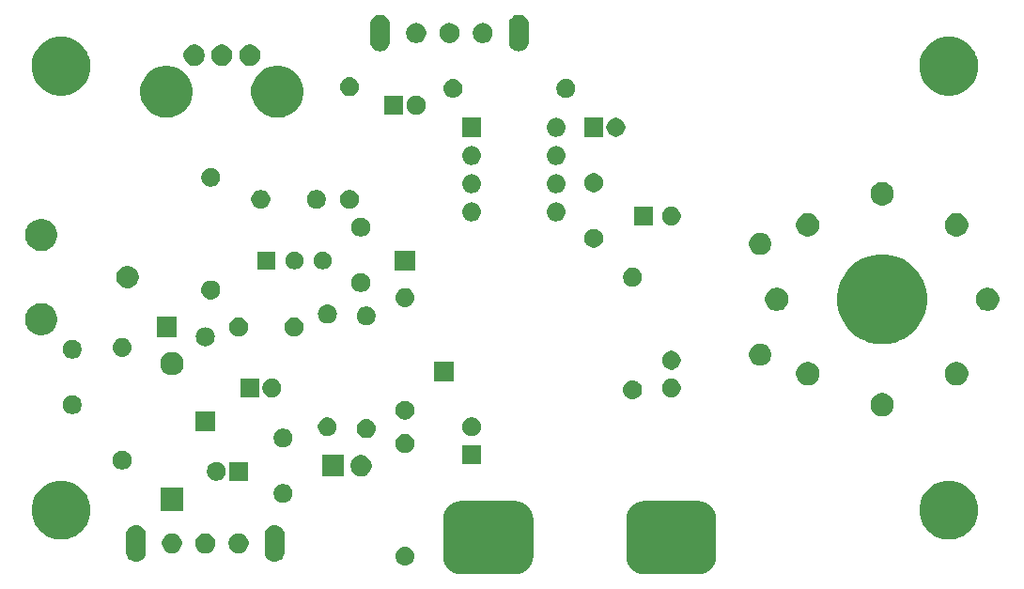
<source format=gbr>
G04 #@! TF.GenerationSoftware,KiCad,Pcbnew,5.1.4+dfsg1-1*
G04 #@! TF.CreationDate,2020-04-23T19:25:43-06:00*
G04 #@! TF.ProjectId,low-voltage,6c6f772d-766f-46c7-9461-67652e6b6963,rev?*
G04 #@! TF.SameCoordinates,Original*
G04 #@! TF.FileFunction,Soldermask,Bot*
G04 #@! TF.FilePolarity,Negative*
%FSLAX46Y46*%
G04 Gerber Fmt 4.6, Leading zero omitted, Abs format (unit mm)*
G04 Created by KiCad (PCBNEW 5.1.4+dfsg1-1) date 2020-04-23 19:25:43*
%MOMM*%
%LPD*%
G04 APERTURE LIST*
%ADD10C,0.100000*%
G04 APERTURE END LIST*
D10*
G36*
X138772684Y-103230106D02*
G01*
X139070472Y-103320439D01*
X139344909Y-103467128D01*
X139585458Y-103664542D01*
X139782872Y-103905091D01*
X139929561Y-104179528D01*
X140019894Y-104477316D01*
X140051000Y-104793140D01*
X140051000Y-108206860D01*
X140019894Y-108522684D01*
X139929561Y-108820472D01*
X139782872Y-109094909D01*
X139585458Y-109335458D01*
X139344909Y-109532872D01*
X139070472Y-109679561D01*
X138772684Y-109769894D01*
X138456860Y-109801000D01*
X133543140Y-109801000D01*
X133227316Y-109769894D01*
X132929528Y-109679561D01*
X132655091Y-109532872D01*
X132414542Y-109335458D01*
X132217128Y-109094909D01*
X132070439Y-108820472D01*
X131980106Y-108522684D01*
X131949000Y-108206860D01*
X131949000Y-104793140D01*
X131980106Y-104477316D01*
X132070439Y-104179528D01*
X132217128Y-103905091D01*
X132414542Y-103664542D01*
X132655091Y-103467128D01*
X132929528Y-103320439D01*
X133227316Y-103230106D01*
X133543140Y-103199000D01*
X138456860Y-103199000D01*
X138772684Y-103230106D01*
X138772684Y-103230106D01*
G37*
G36*
X122272684Y-103230106D02*
G01*
X122570472Y-103320439D01*
X122844909Y-103467128D01*
X123085458Y-103664542D01*
X123282872Y-103905091D01*
X123429561Y-104179528D01*
X123519894Y-104477316D01*
X123551000Y-104793140D01*
X123551000Y-108206860D01*
X123519894Y-108522684D01*
X123429561Y-108820472D01*
X123282872Y-109094909D01*
X123085458Y-109335458D01*
X122844909Y-109532872D01*
X122570472Y-109679561D01*
X122272684Y-109769894D01*
X121956860Y-109801000D01*
X117043140Y-109801000D01*
X116727316Y-109769894D01*
X116429528Y-109679561D01*
X116155091Y-109532872D01*
X115914542Y-109335458D01*
X115717128Y-109094909D01*
X115570439Y-108820472D01*
X115480106Y-108522684D01*
X115449000Y-108206860D01*
X115449000Y-104793140D01*
X115480106Y-104477316D01*
X115570439Y-104179528D01*
X115717128Y-103905091D01*
X115914542Y-103664542D01*
X116155091Y-103467128D01*
X116429528Y-103320439D01*
X116727316Y-103230106D01*
X117043140Y-103199000D01*
X121956860Y-103199000D01*
X122272684Y-103230106D01*
X122272684Y-103230106D01*
G37*
G36*
X112166823Y-107321313D02*
G01*
X112327242Y-107369976D01*
X112433518Y-107426782D01*
X112475078Y-107448996D01*
X112604659Y-107555341D01*
X112711004Y-107684922D01*
X112711005Y-107684924D01*
X112790024Y-107832758D01*
X112838687Y-107993177D01*
X112855117Y-108160000D01*
X112838687Y-108326823D01*
X112790024Y-108487242D01*
X112737000Y-108586442D01*
X112711004Y-108635078D01*
X112604659Y-108764659D01*
X112475078Y-108871004D01*
X112475076Y-108871005D01*
X112327242Y-108950024D01*
X112166823Y-108998687D01*
X112041804Y-109011000D01*
X111958196Y-109011000D01*
X111833177Y-108998687D01*
X111672758Y-108950024D01*
X111524924Y-108871005D01*
X111524922Y-108871004D01*
X111395341Y-108764659D01*
X111288996Y-108635078D01*
X111263000Y-108586442D01*
X111209976Y-108487242D01*
X111161313Y-108326823D01*
X111144883Y-108160000D01*
X111161313Y-107993177D01*
X111209976Y-107832758D01*
X111288995Y-107684924D01*
X111288996Y-107684922D01*
X111395341Y-107555341D01*
X111524922Y-107448996D01*
X111566482Y-107426782D01*
X111672758Y-107369976D01*
X111833177Y-107321313D01*
X111958196Y-107309000D01*
X112041804Y-107309000D01*
X112166823Y-107321313D01*
X112166823Y-107321313D01*
G37*
G36*
X87926626Y-105362037D02*
G01*
X88096465Y-105413557D01*
X88096467Y-105413558D01*
X88252989Y-105497221D01*
X88390186Y-105609814D01*
X88455921Y-105689914D01*
X88502778Y-105747009D01*
X88586443Y-105903534D01*
X88637963Y-106073373D01*
X88651000Y-106205742D01*
X88651000Y-107794258D01*
X88637963Y-107926627D01*
X88586443Y-108096466D01*
X88502778Y-108252991D01*
X88473448Y-108288729D01*
X88390186Y-108390186D01*
X88289888Y-108472497D01*
X88252991Y-108502778D01*
X88096466Y-108586443D01*
X87926627Y-108637963D01*
X87750000Y-108655359D01*
X87573374Y-108637963D01*
X87403535Y-108586443D01*
X87247010Y-108502778D01*
X87210113Y-108472497D01*
X87109815Y-108390186D01*
X87026553Y-108288729D01*
X86997223Y-108252991D01*
X86913558Y-108096466D01*
X86862038Y-107926627D01*
X86849001Y-107794258D01*
X86849000Y-106205743D01*
X86849414Y-106201544D01*
X86862037Y-106073376D01*
X86862037Y-106073374D01*
X86913557Y-105903535D01*
X86997222Y-105747010D01*
X87044079Y-105689914D01*
X87109814Y-105609814D01*
X87211271Y-105526552D01*
X87247009Y-105497222D01*
X87403534Y-105413557D01*
X87573373Y-105362037D01*
X87750000Y-105344641D01*
X87926626Y-105362037D01*
X87926626Y-105362037D01*
G37*
G36*
X100426626Y-105362037D02*
G01*
X100596465Y-105413557D01*
X100596467Y-105413558D01*
X100752989Y-105497221D01*
X100890186Y-105609814D01*
X100955921Y-105689914D01*
X101002778Y-105747009D01*
X101086443Y-105903534D01*
X101137963Y-106073373D01*
X101151000Y-106205742D01*
X101151000Y-107794258D01*
X101137963Y-107926627D01*
X101086443Y-108096466D01*
X101002778Y-108252991D01*
X100973448Y-108288729D01*
X100890186Y-108390186D01*
X100789888Y-108472497D01*
X100752991Y-108502778D01*
X100596466Y-108586443D01*
X100426627Y-108637963D01*
X100250000Y-108655359D01*
X100073374Y-108637963D01*
X99903535Y-108586443D01*
X99747010Y-108502778D01*
X99710113Y-108472497D01*
X99609815Y-108390186D01*
X99526553Y-108288729D01*
X99497223Y-108252991D01*
X99413558Y-108096466D01*
X99362038Y-107926627D01*
X99349001Y-107794258D01*
X99349000Y-106205743D01*
X99349414Y-106201544D01*
X99362037Y-106073376D01*
X99362037Y-106073374D01*
X99413557Y-105903535D01*
X99497222Y-105747010D01*
X99544079Y-105689914D01*
X99609814Y-105609814D01*
X99711271Y-105526552D01*
X99747009Y-105497222D01*
X99903534Y-105413557D01*
X100073373Y-105362037D01*
X100250000Y-105344641D01*
X100426626Y-105362037D01*
X100426626Y-105362037D01*
G37*
G36*
X97113512Y-106103927D02*
G01*
X97262812Y-106133624D01*
X97426784Y-106201544D01*
X97574354Y-106300147D01*
X97699853Y-106425646D01*
X97798456Y-106573216D01*
X97866376Y-106737188D01*
X97901000Y-106911259D01*
X97901000Y-107088741D01*
X97866376Y-107262812D01*
X97798456Y-107426784D01*
X97699853Y-107574354D01*
X97574354Y-107699853D01*
X97426784Y-107798456D01*
X97262812Y-107866376D01*
X97113512Y-107896073D01*
X97088742Y-107901000D01*
X96911258Y-107901000D01*
X96886488Y-107896073D01*
X96737188Y-107866376D01*
X96573216Y-107798456D01*
X96425646Y-107699853D01*
X96300147Y-107574354D01*
X96201544Y-107426784D01*
X96133624Y-107262812D01*
X96099000Y-107088741D01*
X96099000Y-106911259D01*
X96133624Y-106737188D01*
X96201544Y-106573216D01*
X96300147Y-106425646D01*
X96425646Y-106300147D01*
X96573216Y-106201544D01*
X96737188Y-106133624D01*
X96886488Y-106103927D01*
X96911258Y-106099000D01*
X97088742Y-106099000D01*
X97113512Y-106103927D01*
X97113512Y-106103927D01*
G37*
G36*
X94113512Y-106103927D02*
G01*
X94262812Y-106133624D01*
X94426784Y-106201544D01*
X94574354Y-106300147D01*
X94699853Y-106425646D01*
X94798456Y-106573216D01*
X94866376Y-106737188D01*
X94901000Y-106911259D01*
X94901000Y-107088741D01*
X94866376Y-107262812D01*
X94798456Y-107426784D01*
X94699853Y-107574354D01*
X94574354Y-107699853D01*
X94426784Y-107798456D01*
X94262812Y-107866376D01*
X94113512Y-107896073D01*
X94088742Y-107901000D01*
X93911258Y-107901000D01*
X93886488Y-107896073D01*
X93737188Y-107866376D01*
X93573216Y-107798456D01*
X93425646Y-107699853D01*
X93300147Y-107574354D01*
X93201544Y-107426784D01*
X93133624Y-107262812D01*
X93099000Y-107088741D01*
X93099000Y-106911259D01*
X93133624Y-106737188D01*
X93201544Y-106573216D01*
X93300147Y-106425646D01*
X93425646Y-106300147D01*
X93573216Y-106201544D01*
X93737188Y-106133624D01*
X93886488Y-106103927D01*
X93911258Y-106099000D01*
X94088742Y-106099000D01*
X94113512Y-106103927D01*
X94113512Y-106103927D01*
G37*
G36*
X91113512Y-106103927D02*
G01*
X91262812Y-106133624D01*
X91426784Y-106201544D01*
X91574354Y-106300147D01*
X91699853Y-106425646D01*
X91798456Y-106573216D01*
X91866376Y-106737188D01*
X91901000Y-106911259D01*
X91901000Y-107088741D01*
X91866376Y-107262812D01*
X91798456Y-107426784D01*
X91699853Y-107574354D01*
X91574354Y-107699853D01*
X91426784Y-107798456D01*
X91262812Y-107866376D01*
X91113512Y-107896073D01*
X91088742Y-107901000D01*
X90911258Y-107901000D01*
X90886488Y-107896073D01*
X90737188Y-107866376D01*
X90573216Y-107798456D01*
X90425646Y-107699853D01*
X90300147Y-107574354D01*
X90201544Y-107426784D01*
X90133624Y-107262812D01*
X90099000Y-107088741D01*
X90099000Y-106911259D01*
X90133624Y-106737188D01*
X90201544Y-106573216D01*
X90300147Y-106425646D01*
X90425646Y-106300147D01*
X90573216Y-106201544D01*
X90737188Y-106133624D01*
X90886488Y-106103927D01*
X90911258Y-106099000D01*
X91088742Y-106099000D01*
X91113512Y-106103927D01*
X91113512Y-106103927D01*
G37*
G36*
X81773268Y-101450876D02*
G01*
X81973105Y-101533651D01*
X82255718Y-101650713D01*
X82471341Y-101794788D01*
X82689914Y-101940834D01*
X83059166Y-102310086D01*
X83059167Y-102310088D01*
X83349287Y-102744282D01*
X83415070Y-102903097D01*
X83549124Y-103226732D01*
X83651000Y-103738899D01*
X83651000Y-104261101D01*
X83549124Y-104773268D01*
X83466349Y-104973105D01*
X83349287Y-105255718D01*
X83349286Y-105255719D01*
X83059166Y-105689914D01*
X82689914Y-106059166D01*
X82668647Y-106073376D01*
X82255718Y-106349287D01*
X81973105Y-106466349D01*
X81773268Y-106549124D01*
X81517184Y-106600062D01*
X81261102Y-106651000D01*
X80738898Y-106651000D01*
X80482816Y-106600062D01*
X80226732Y-106549124D01*
X80026895Y-106466349D01*
X79744282Y-106349287D01*
X79331353Y-106073376D01*
X79310086Y-106059166D01*
X78940834Y-105689914D01*
X78650714Y-105255719D01*
X78650713Y-105255718D01*
X78533651Y-104973105D01*
X78450876Y-104773268D01*
X78349000Y-104261101D01*
X78349000Y-103738899D01*
X78450876Y-103226732D01*
X78584930Y-102903097D01*
X78650713Y-102744282D01*
X78940833Y-102310088D01*
X78940834Y-102310086D01*
X79310086Y-101940834D01*
X79528659Y-101794788D01*
X79744282Y-101650713D01*
X80026895Y-101533651D01*
X80226732Y-101450876D01*
X80738898Y-101349000D01*
X81261102Y-101349000D01*
X81773268Y-101450876D01*
X81773268Y-101450876D01*
G37*
G36*
X161773268Y-101450876D02*
G01*
X161973105Y-101533651D01*
X162255718Y-101650713D01*
X162471341Y-101794788D01*
X162689914Y-101940834D01*
X163059166Y-102310086D01*
X163059167Y-102310088D01*
X163349287Y-102744282D01*
X163415070Y-102903097D01*
X163549124Y-103226732D01*
X163651000Y-103738899D01*
X163651000Y-104261101D01*
X163549124Y-104773268D01*
X163466349Y-104973105D01*
X163349287Y-105255718D01*
X163349286Y-105255719D01*
X163059166Y-105689914D01*
X162689914Y-106059166D01*
X162668647Y-106073376D01*
X162255718Y-106349287D01*
X161973105Y-106466349D01*
X161773268Y-106549124D01*
X161517184Y-106600062D01*
X161261102Y-106651000D01*
X160738898Y-106651000D01*
X160482816Y-106600062D01*
X160226732Y-106549124D01*
X160026895Y-106466349D01*
X159744282Y-106349287D01*
X159331353Y-106073376D01*
X159310086Y-106059166D01*
X158940834Y-105689914D01*
X158650714Y-105255719D01*
X158650713Y-105255718D01*
X158533651Y-104973105D01*
X158450876Y-104773268D01*
X158349000Y-104261101D01*
X158349000Y-103738899D01*
X158450876Y-103226732D01*
X158584930Y-102903097D01*
X158650713Y-102744282D01*
X158940833Y-102310088D01*
X158940834Y-102310086D01*
X159310086Y-101940834D01*
X159528659Y-101794788D01*
X159744282Y-101650713D01*
X160026895Y-101533651D01*
X160226732Y-101450876D01*
X160738898Y-101349000D01*
X161261102Y-101349000D01*
X161773268Y-101450876D01*
X161773268Y-101450876D01*
G37*
G36*
X92051000Y-104051000D02*
G01*
X89949000Y-104051000D01*
X89949000Y-101949000D01*
X92051000Y-101949000D01*
X92051000Y-104051000D01*
X92051000Y-104051000D01*
G37*
G36*
X101248228Y-101681703D02*
G01*
X101403100Y-101745853D01*
X101542481Y-101838985D01*
X101661015Y-101957519D01*
X101754147Y-102096900D01*
X101818297Y-102251772D01*
X101851000Y-102416184D01*
X101851000Y-102583816D01*
X101818297Y-102748228D01*
X101754147Y-102903100D01*
X101661015Y-103042481D01*
X101542481Y-103161015D01*
X101403100Y-103254147D01*
X101248228Y-103318297D01*
X101083816Y-103351000D01*
X100916184Y-103351000D01*
X100751772Y-103318297D01*
X100596900Y-103254147D01*
X100457519Y-103161015D01*
X100338985Y-103042481D01*
X100245853Y-102903100D01*
X100181703Y-102748228D01*
X100149000Y-102583816D01*
X100149000Y-102416184D01*
X100181703Y-102251772D01*
X100245853Y-102096900D01*
X100338985Y-101957519D01*
X100457519Y-101838985D01*
X100596900Y-101745853D01*
X100751772Y-101681703D01*
X100916184Y-101649000D01*
X101083816Y-101649000D01*
X101248228Y-101681703D01*
X101248228Y-101681703D01*
G37*
G36*
X95248228Y-99681703D02*
G01*
X95403100Y-99745853D01*
X95542481Y-99838985D01*
X95661015Y-99957519D01*
X95754147Y-100096900D01*
X95818297Y-100251772D01*
X95851000Y-100416184D01*
X95851000Y-100583816D01*
X95818297Y-100748228D01*
X95754147Y-100903100D01*
X95661015Y-101042481D01*
X95542481Y-101161015D01*
X95403100Y-101254147D01*
X95248228Y-101318297D01*
X95083816Y-101351000D01*
X94916184Y-101351000D01*
X94751772Y-101318297D01*
X94596900Y-101254147D01*
X94457519Y-101161015D01*
X94338985Y-101042481D01*
X94245853Y-100903100D01*
X94181703Y-100748228D01*
X94149000Y-100583816D01*
X94149000Y-100416184D01*
X94181703Y-100251772D01*
X94245853Y-100096900D01*
X94338985Y-99957519D01*
X94457519Y-99838985D01*
X94596900Y-99745853D01*
X94751772Y-99681703D01*
X94916184Y-99649000D01*
X95083816Y-99649000D01*
X95248228Y-99681703D01*
X95248228Y-99681703D01*
G37*
G36*
X97851000Y-101351000D02*
G01*
X96149000Y-101351000D01*
X96149000Y-99649000D01*
X97851000Y-99649000D01*
X97851000Y-101351000D01*
X97851000Y-101351000D01*
G37*
G36*
X106451000Y-100951000D02*
G01*
X104549000Y-100951000D01*
X104549000Y-99049000D01*
X106451000Y-99049000D01*
X106451000Y-100951000D01*
X106451000Y-100951000D01*
G37*
G36*
X108317395Y-99085546D02*
G01*
X108490466Y-99157234D01*
X108490467Y-99157235D01*
X108646227Y-99261310D01*
X108778690Y-99393773D01*
X108778691Y-99393775D01*
X108882766Y-99549534D01*
X108954454Y-99722605D01*
X108991000Y-99906333D01*
X108991000Y-100093667D01*
X108954454Y-100277395D01*
X108882766Y-100450466D01*
X108882765Y-100450467D01*
X108778690Y-100606227D01*
X108646227Y-100738690D01*
X108567818Y-100791081D01*
X108490466Y-100842766D01*
X108317395Y-100914454D01*
X108133667Y-100951000D01*
X107946333Y-100951000D01*
X107762605Y-100914454D01*
X107589534Y-100842766D01*
X107512182Y-100791081D01*
X107433773Y-100738690D01*
X107301310Y-100606227D01*
X107197235Y-100450467D01*
X107197234Y-100450466D01*
X107125546Y-100277395D01*
X107089000Y-100093667D01*
X107089000Y-99906333D01*
X107125546Y-99722605D01*
X107197234Y-99549534D01*
X107301309Y-99393775D01*
X107301310Y-99393773D01*
X107433773Y-99261310D01*
X107589533Y-99157235D01*
X107589534Y-99157234D01*
X107762605Y-99085546D01*
X107946333Y-99049000D01*
X108133667Y-99049000D01*
X108317395Y-99085546D01*
X108317395Y-99085546D01*
G37*
G36*
X86748228Y-98681703D02*
G01*
X86903100Y-98745853D01*
X87042481Y-98838985D01*
X87161015Y-98957519D01*
X87254147Y-99096900D01*
X87318297Y-99251772D01*
X87351000Y-99416184D01*
X87351000Y-99583816D01*
X87318297Y-99748228D01*
X87254147Y-99903100D01*
X87161015Y-100042481D01*
X87042481Y-100161015D01*
X86903100Y-100254147D01*
X86748228Y-100318297D01*
X86583816Y-100351000D01*
X86416184Y-100351000D01*
X86251772Y-100318297D01*
X86096900Y-100254147D01*
X85957519Y-100161015D01*
X85838985Y-100042481D01*
X85745853Y-99903100D01*
X85681703Y-99748228D01*
X85649000Y-99583816D01*
X85649000Y-99416184D01*
X85681703Y-99251772D01*
X85745853Y-99096900D01*
X85838985Y-98957519D01*
X85957519Y-98838985D01*
X86096900Y-98745853D01*
X86251772Y-98681703D01*
X86416184Y-98649000D01*
X86583816Y-98649000D01*
X86748228Y-98681703D01*
X86748228Y-98681703D01*
G37*
G36*
X118851000Y-99851000D02*
G01*
X117149000Y-99851000D01*
X117149000Y-98149000D01*
X118851000Y-98149000D01*
X118851000Y-99851000D01*
X118851000Y-99851000D01*
G37*
G36*
X112248228Y-97181703D02*
G01*
X112403100Y-97245853D01*
X112542481Y-97338985D01*
X112661015Y-97457519D01*
X112754147Y-97596900D01*
X112818297Y-97751772D01*
X112851000Y-97916184D01*
X112851000Y-98083816D01*
X112818297Y-98248228D01*
X112754147Y-98403100D01*
X112661015Y-98542481D01*
X112542481Y-98661015D01*
X112403100Y-98754147D01*
X112248228Y-98818297D01*
X112083816Y-98851000D01*
X111916184Y-98851000D01*
X111751772Y-98818297D01*
X111596900Y-98754147D01*
X111457519Y-98661015D01*
X111338985Y-98542481D01*
X111245853Y-98403100D01*
X111181703Y-98248228D01*
X111149000Y-98083816D01*
X111149000Y-97916184D01*
X111181703Y-97751772D01*
X111245853Y-97596900D01*
X111338985Y-97457519D01*
X111457519Y-97338985D01*
X111596900Y-97245853D01*
X111751772Y-97181703D01*
X111916184Y-97149000D01*
X112083816Y-97149000D01*
X112248228Y-97181703D01*
X112248228Y-97181703D01*
G37*
G36*
X101248228Y-96681703D02*
G01*
X101403100Y-96745853D01*
X101542481Y-96838985D01*
X101661015Y-96957519D01*
X101754147Y-97096900D01*
X101818297Y-97251772D01*
X101851000Y-97416184D01*
X101851000Y-97583816D01*
X101818297Y-97748228D01*
X101754147Y-97903100D01*
X101661015Y-98042481D01*
X101542481Y-98161015D01*
X101403100Y-98254147D01*
X101248228Y-98318297D01*
X101083816Y-98351000D01*
X100916184Y-98351000D01*
X100751772Y-98318297D01*
X100596900Y-98254147D01*
X100457519Y-98161015D01*
X100338985Y-98042481D01*
X100245853Y-97903100D01*
X100181703Y-97748228D01*
X100149000Y-97583816D01*
X100149000Y-97416184D01*
X100181703Y-97251772D01*
X100245853Y-97096900D01*
X100338985Y-96957519D01*
X100457519Y-96838985D01*
X100596900Y-96745853D01*
X100751772Y-96681703D01*
X100916184Y-96649000D01*
X101083816Y-96649000D01*
X101248228Y-96681703D01*
X101248228Y-96681703D01*
G37*
G36*
X108666823Y-95821313D02*
G01*
X108827242Y-95869976D01*
X108959906Y-95940886D01*
X108975078Y-95948996D01*
X109104659Y-96055341D01*
X109211004Y-96184922D01*
X109211005Y-96184924D01*
X109290024Y-96332758D01*
X109338687Y-96493177D01*
X109355117Y-96660000D01*
X109338687Y-96826823D01*
X109290024Y-96987242D01*
X109231409Y-97096903D01*
X109211004Y-97135078D01*
X109104659Y-97264659D01*
X108975078Y-97371004D01*
X108975076Y-97371005D01*
X108827242Y-97450024D01*
X108666823Y-97498687D01*
X108541804Y-97511000D01*
X108458196Y-97511000D01*
X108333177Y-97498687D01*
X108172758Y-97450024D01*
X108024924Y-97371005D01*
X108024922Y-97371004D01*
X107895341Y-97264659D01*
X107788996Y-97135078D01*
X107768591Y-97096903D01*
X107709976Y-96987242D01*
X107661313Y-96826823D01*
X107644883Y-96660000D01*
X107661313Y-96493177D01*
X107709976Y-96332758D01*
X107788995Y-96184924D01*
X107788996Y-96184922D01*
X107895341Y-96055341D01*
X108024922Y-95948996D01*
X108040094Y-95940886D01*
X108172758Y-95869976D01*
X108333177Y-95821313D01*
X108458196Y-95809000D01*
X108541804Y-95809000D01*
X108666823Y-95821313D01*
X108666823Y-95821313D01*
G37*
G36*
X105248228Y-95681703D02*
G01*
X105403100Y-95745853D01*
X105542481Y-95838985D01*
X105661015Y-95957519D01*
X105754147Y-96096900D01*
X105818297Y-96251772D01*
X105851000Y-96416184D01*
X105851000Y-96583816D01*
X105818297Y-96748228D01*
X105754147Y-96903100D01*
X105661015Y-97042481D01*
X105542481Y-97161015D01*
X105403100Y-97254147D01*
X105248228Y-97318297D01*
X105083816Y-97351000D01*
X104916184Y-97351000D01*
X104751772Y-97318297D01*
X104596900Y-97254147D01*
X104457519Y-97161015D01*
X104338985Y-97042481D01*
X104245853Y-96903100D01*
X104181703Y-96748228D01*
X104149000Y-96583816D01*
X104149000Y-96416184D01*
X104181703Y-96251772D01*
X104245853Y-96096900D01*
X104338985Y-95957519D01*
X104457519Y-95838985D01*
X104596900Y-95745853D01*
X104751772Y-95681703D01*
X104916184Y-95649000D01*
X105083816Y-95649000D01*
X105248228Y-95681703D01*
X105248228Y-95681703D01*
G37*
G36*
X118248228Y-95681703D02*
G01*
X118403100Y-95745853D01*
X118542481Y-95838985D01*
X118661015Y-95957519D01*
X118754147Y-96096900D01*
X118818297Y-96251772D01*
X118851000Y-96416184D01*
X118851000Y-96583816D01*
X118818297Y-96748228D01*
X118754147Y-96903100D01*
X118661015Y-97042481D01*
X118542481Y-97161015D01*
X118403100Y-97254147D01*
X118248228Y-97318297D01*
X118083816Y-97351000D01*
X117916184Y-97351000D01*
X117751772Y-97318297D01*
X117596900Y-97254147D01*
X117457519Y-97161015D01*
X117338985Y-97042481D01*
X117245853Y-96903100D01*
X117181703Y-96748228D01*
X117149000Y-96583816D01*
X117149000Y-96416184D01*
X117181703Y-96251772D01*
X117245853Y-96096900D01*
X117338985Y-95957519D01*
X117457519Y-95838985D01*
X117596900Y-95745853D01*
X117751772Y-95681703D01*
X117916184Y-95649000D01*
X118083816Y-95649000D01*
X118248228Y-95681703D01*
X118248228Y-95681703D01*
G37*
G36*
X94851000Y-96851000D02*
G01*
X93149000Y-96851000D01*
X93149000Y-95149000D01*
X94851000Y-95149000D01*
X94851000Y-96851000D01*
X94851000Y-96851000D01*
G37*
G36*
X112248228Y-94181703D02*
G01*
X112403100Y-94245853D01*
X112542481Y-94338985D01*
X112661015Y-94457519D01*
X112754147Y-94596900D01*
X112818297Y-94751772D01*
X112851000Y-94916184D01*
X112851000Y-95083816D01*
X112818297Y-95248228D01*
X112754147Y-95403100D01*
X112661015Y-95542481D01*
X112542481Y-95661015D01*
X112403100Y-95754147D01*
X112248228Y-95818297D01*
X112083816Y-95851000D01*
X111916184Y-95851000D01*
X111751772Y-95818297D01*
X111596900Y-95754147D01*
X111457519Y-95661015D01*
X111338985Y-95542481D01*
X111245853Y-95403100D01*
X111181703Y-95248228D01*
X111149000Y-95083816D01*
X111149000Y-94916184D01*
X111181703Y-94751772D01*
X111245853Y-94596900D01*
X111338985Y-94457519D01*
X111457519Y-94338985D01*
X111596900Y-94245853D01*
X111751772Y-94181703D01*
X111916184Y-94149000D01*
X112083816Y-94149000D01*
X112248228Y-94181703D01*
X112248228Y-94181703D01*
G37*
G36*
X155306564Y-93489389D02*
G01*
X155497833Y-93568615D01*
X155497835Y-93568616D01*
X155597299Y-93635076D01*
X155669973Y-93683635D01*
X155816365Y-93830027D01*
X155931385Y-94002167D01*
X156010611Y-94193436D01*
X156051000Y-94396484D01*
X156051000Y-94603516D01*
X156010611Y-94806564D01*
X155931385Y-94997833D01*
X155931384Y-94997835D01*
X155816365Y-95169973D01*
X155669973Y-95316365D01*
X155497835Y-95431384D01*
X155497834Y-95431385D01*
X155497833Y-95431385D01*
X155306564Y-95510611D01*
X155103516Y-95551000D01*
X154896484Y-95551000D01*
X154693436Y-95510611D01*
X154502167Y-95431385D01*
X154502166Y-95431385D01*
X154502165Y-95431384D01*
X154330027Y-95316365D01*
X154183635Y-95169973D01*
X154068616Y-94997835D01*
X154068615Y-94997833D01*
X153989389Y-94806564D01*
X153949000Y-94603516D01*
X153949000Y-94396484D01*
X153989389Y-94193436D01*
X154068615Y-94002167D01*
X154183635Y-93830027D01*
X154330027Y-93683635D01*
X154402701Y-93635076D01*
X154502165Y-93568616D01*
X154502167Y-93568615D01*
X154693436Y-93489389D01*
X154896484Y-93449000D01*
X155103516Y-93449000D01*
X155306564Y-93489389D01*
X155306564Y-93489389D01*
G37*
G36*
X82248228Y-93681703D02*
G01*
X82403100Y-93745853D01*
X82542481Y-93838985D01*
X82661015Y-93957519D01*
X82754147Y-94096900D01*
X82818297Y-94251772D01*
X82851000Y-94416184D01*
X82851000Y-94583816D01*
X82818297Y-94748228D01*
X82754147Y-94903100D01*
X82661015Y-95042481D01*
X82542481Y-95161015D01*
X82403100Y-95254147D01*
X82248228Y-95318297D01*
X82083816Y-95351000D01*
X81916184Y-95351000D01*
X81751772Y-95318297D01*
X81596900Y-95254147D01*
X81457519Y-95161015D01*
X81338985Y-95042481D01*
X81245853Y-94903100D01*
X81181703Y-94748228D01*
X81149000Y-94583816D01*
X81149000Y-94416184D01*
X81181703Y-94251772D01*
X81245853Y-94096900D01*
X81338985Y-93957519D01*
X81457519Y-93838985D01*
X81596900Y-93745853D01*
X81751772Y-93681703D01*
X81916184Y-93649000D01*
X82083816Y-93649000D01*
X82248228Y-93681703D01*
X82248228Y-93681703D01*
G37*
G36*
X132666823Y-92321313D02*
G01*
X132827242Y-92369976D01*
X132959906Y-92440886D01*
X132975078Y-92448996D01*
X133104659Y-92555341D01*
X133211004Y-92684922D01*
X133211005Y-92684924D01*
X133290024Y-92832758D01*
X133338687Y-92993177D01*
X133355117Y-93160000D01*
X133338687Y-93326823D01*
X133290024Y-93487242D01*
X133219114Y-93619906D01*
X133211004Y-93635078D01*
X133104659Y-93764659D01*
X132975078Y-93871004D01*
X132975076Y-93871005D01*
X132827242Y-93950024D01*
X132666823Y-93998687D01*
X132541804Y-94011000D01*
X132458196Y-94011000D01*
X132333177Y-93998687D01*
X132172758Y-93950024D01*
X132024924Y-93871005D01*
X132024922Y-93871004D01*
X131895341Y-93764659D01*
X131788996Y-93635078D01*
X131780886Y-93619906D01*
X131709976Y-93487242D01*
X131661313Y-93326823D01*
X131644883Y-93160000D01*
X131661313Y-92993177D01*
X131709976Y-92832758D01*
X131788995Y-92684924D01*
X131788996Y-92684922D01*
X131895341Y-92555341D01*
X132024922Y-92448996D01*
X132040094Y-92440886D01*
X132172758Y-92369976D01*
X132333177Y-92321313D01*
X132458196Y-92309000D01*
X132541804Y-92309000D01*
X132666823Y-92321313D01*
X132666823Y-92321313D01*
G37*
G36*
X136248228Y-92181703D02*
G01*
X136403100Y-92245853D01*
X136542481Y-92338985D01*
X136661015Y-92457519D01*
X136754147Y-92596900D01*
X136818297Y-92751772D01*
X136851000Y-92916184D01*
X136851000Y-93083816D01*
X136818297Y-93248228D01*
X136754147Y-93403100D01*
X136661015Y-93542481D01*
X136542481Y-93661015D01*
X136403100Y-93754147D01*
X136248228Y-93818297D01*
X136083816Y-93851000D01*
X135916184Y-93851000D01*
X135751772Y-93818297D01*
X135596900Y-93754147D01*
X135457519Y-93661015D01*
X135338985Y-93542481D01*
X135245853Y-93403100D01*
X135181703Y-93248228D01*
X135149000Y-93083816D01*
X135149000Y-92916184D01*
X135181703Y-92751772D01*
X135245853Y-92596900D01*
X135338985Y-92457519D01*
X135457519Y-92338985D01*
X135596900Y-92245853D01*
X135751772Y-92181703D01*
X135916184Y-92149000D01*
X136083816Y-92149000D01*
X136248228Y-92181703D01*
X136248228Y-92181703D01*
G37*
G36*
X100248228Y-92181703D02*
G01*
X100403100Y-92245853D01*
X100542481Y-92338985D01*
X100661015Y-92457519D01*
X100754147Y-92596900D01*
X100818297Y-92751772D01*
X100851000Y-92916184D01*
X100851000Y-93083816D01*
X100818297Y-93248228D01*
X100754147Y-93403100D01*
X100661015Y-93542481D01*
X100542481Y-93661015D01*
X100403100Y-93754147D01*
X100248228Y-93818297D01*
X100083816Y-93851000D01*
X99916184Y-93851000D01*
X99751772Y-93818297D01*
X99596900Y-93754147D01*
X99457519Y-93661015D01*
X99338985Y-93542481D01*
X99245853Y-93403100D01*
X99181703Y-93248228D01*
X99149000Y-93083816D01*
X99149000Y-92916184D01*
X99181703Y-92751772D01*
X99245853Y-92596900D01*
X99338985Y-92457519D01*
X99457519Y-92338985D01*
X99596900Y-92245853D01*
X99751772Y-92181703D01*
X99916184Y-92149000D01*
X100083816Y-92149000D01*
X100248228Y-92181703D01*
X100248228Y-92181703D01*
G37*
G36*
X98851000Y-93851000D02*
G01*
X97149000Y-93851000D01*
X97149000Y-92149000D01*
X98851000Y-92149000D01*
X98851000Y-93851000D01*
X98851000Y-93851000D01*
G37*
G36*
X162006564Y-90689389D02*
G01*
X162197833Y-90768615D01*
X162197835Y-90768616D01*
X162369973Y-90883635D01*
X162516365Y-91030027D01*
X162524687Y-91042481D01*
X162631385Y-91202167D01*
X162710611Y-91393436D01*
X162751000Y-91596484D01*
X162751000Y-91803516D01*
X162710611Y-92006564D01*
X162651612Y-92149000D01*
X162631384Y-92197835D01*
X162516365Y-92369973D01*
X162369973Y-92516365D01*
X162197835Y-92631384D01*
X162197834Y-92631385D01*
X162197833Y-92631385D01*
X162006564Y-92710611D01*
X161803516Y-92751000D01*
X161596484Y-92751000D01*
X161393436Y-92710611D01*
X161202167Y-92631385D01*
X161202166Y-92631385D01*
X161202165Y-92631384D01*
X161030027Y-92516365D01*
X160883635Y-92369973D01*
X160768616Y-92197835D01*
X160748388Y-92149000D01*
X160689389Y-92006564D01*
X160649000Y-91803516D01*
X160649000Y-91596484D01*
X160689389Y-91393436D01*
X160768615Y-91202167D01*
X160875314Y-91042481D01*
X160883635Y-91030027D01*
X161030027Y-90883635D01*
X161202165Y-90768616D01*
X161202167Y-90768615D01*
X161393436Y-90689389D01*
X161596484Y-90649000D01*
X161803516Y-90649000D01*
X162006564Y-90689389D01*
X162006564Y-90689389D01*
G37*
G36*
X148606564Y-90689389D02*
G01*
X148797833Y-90768615D01*
X148797835Y-90768616D01*
X148969973Y-90883635D01*
X149116365Y-91030027D01*
X149124687Y-91042481D01*
X149231385Y-91202167D01*
X149310611Y-91393436D01*
X149351000Y-91596484D01*
X149351000Y-91803516D01*
X149310611Y-92006564D01*
X149251612Y-92149000D01*
X149231384Y-92197835D01*
X149116365Y-92369973D01*
X148969973Y-92516365D01*
X148797835Y-92631384D01*
X148797834Y-92631385D01*
X148797833Y-92631385D01*
X148606564Y-92710611D01*
X148403516Y-92751000D01*
X148196484Y-92751000D01*
X147993436Y-92710611D01*
X147802167Y-92631385D01*
X147802166Y-92631385D01*
X147802165Y-92631384D01*
X147630027Y-92516365D01*
X147483635Y-92369973D01*
X147368616Y-92197835D01*
X147348388Y-92149000D01*
X147289389Y-92006564D01*
X147249000Y-91803516D01*
X147249000Y-91596484D01*
X147289389Y-91393436D01*
X147368615Y-91202167D01*
X147475314Y-91042481D01*
X147483635Y-91030027D01*
X147630027Y-90883635D01*
X147802165Y-90768616D01*
X147802167Y-90768615D01*
X147993436Y-90689389D01*
X148196484Y-90649000D01*
X148403516Y-90649000D01*
X148606564Y-90689389D01*
X148606564Y-90689389D01*
G37*
G36*
X116401000Y-92401000D02*
G01*
X114599000Y-92401000D01*
X114599000Y-90599000D01*
X116401000Y-90599000D01*
X116401000Y-92401000D01*
X116401000Y-92401000D01*
G37*
G36*
X91306564Y-89789389D02*
G01*
X91497833Y-89868615D01*
X91497835Y-89868616D01*
X91669973Y-89983635D01*
X91816365Y-90130027D01*
X91924579Y-90291980D01*
X91931385Y-90302167D01*
X92010611Y-90493436D01*
X92051000Y-90696484D01*
X92051000Y-90903516D01*
X92010611Y-91106564D01*
X91971011Y-91202167D01*
X91931384Y-91297835D01*
X91816365Y-91469973D01*
X91669973Y-91616365D01*
X91497835Y-91731384D01*
X91497834Y-91731385D01*
X91497833Y-91731385D01*
X91306564Y-91810611D01*
X91103516Y-91851000D01*
X90896484Y-91851000D01*
X90693436Y-91810611D01*
X90502167Y-91731385D01*
X90502166Y-91731385D01*
X90502165Y-91731384D01*
X90330027Y-91616365D01*
X90183635Y-91469973D01*
X90068616Y-91297835D01*
X90028989Y-91202167D01*
X89989389Y-91106564D01*
X89949000Y-90903516D01*
X89949000Y-90696484D01*
X89989389Y-90493436D01*
X90068615Y-90302167D01*
X90075422Y-90291980D01*
X90183635Y-90130027D01*
X90330027Y-89983635D01*
X90502165Y-89868616D01*
X90502167Y-89868615D01*
X90693436Y-89789389D01*
X90896484Y-89749000D01*
X91103516Y-89749000D01*
X91306564Y-89789389D01*
X91306564Y-89789389D01*
G37*
G36*
X136248228Y-89681703D02*
G01*
X136403100Y-89745853D01*
X136542481Y-89838985D01*
X136661015Y-89957519D01*
X136754147Y-90096900D01*
X136818297Y-90251772D01*
X136851000Y-90416184D01*
X136851000Y-90583816D01*
X136818297Y-90748228D01*
X136754147Y-90903100D01*
X136661015Y-91042481D01*
X136542481Y-91161015D01*
X136403100Y-91254147D01*
X136248228Y-91318297D01*
X136083816Y-91351000D01*
X135916184Y-91351000D01*
X135751772Y-91318297D01*
X135596900Y-91254147D01*
X135457519Y-91161015D01*
X135338985Y-91042481D01*
X135245853Y-90903100D01*
X135181703Y-90748228D01*
X135149000Y-90583816D01*
X135149000Y-90416184D01*
X135181703Y-90251772D01*
X135245853Y-90096900D01*
X135338985Y-89957519D01*
X135457519Y-89838985D01*
X135596900Y-89745853D01*
X135751772Y-89681703D01*
X135916184Y-89649000D01*
X136083816Y-89649000D01*
X136248228Y-89681703D01*
X136248228Y-89681703D01*
G37*
G36*
X144167756Y-89012758D02*
G01*
X144291981Y-89037468D01*
X144420795Y-89090825D01*
X144435469Y-89096903D01*
X144474151Y-89112926D01*
X144638100Y-89222473D01*
X144777527Y-89361900D01*
X144887074Y-89525849D01*
X144887075Y-89525851D01*
X144962532Y-89708020D01*
X145001000Y-89901409D01*
X145001000Y-90098591D01*
X144994747Y-90130025D01*
X144962532Y-90291981D01*
X144887074Y-90474151D01*
X144777527Y-90638100D01*
X144638100Y-90777527D01*
X144474151Y-90887074D01*
X144474150Y-90887075D01*
X144474149Y-90887075D01*
X144435461Y-90903100D01*
X144291981Y-90962532D01*
X144098591Y-91001000D01*
X143901409Y-91001000D01*
X143708019Y-90962532D01*
X143564539Y-90903100D01*
X143525851Y-90887075D01*
X143525850Y-90887075D01*
X143525849Y-90887074D01*
X143361900Y-90777527D01*
X143222473Y-90638100D01*
X143112926Y-90474151D01*
X143037468Y-90291981D01*
X143005253Y-90130025D01*
X142999000Y-90098591D01*
X142999000Y-89901409D01*
X143037468Y-89708020D01*
X143112925Y-89525851D01*
X143112926Y-89525849D01*
X143222473Y-89361900D01*
X143361900Y-89222473D01*
X143525849Y-89112926D01*
X143564532Y-89096903D01*
X143579205Y-89090825D01*
X143708019Y-89037468D01*
X143832244Y-89012758D01*
X143901409Y-88999000D01*
X144098591Y-88999000D01*
X144167756Y-89012758D01*
X144167756Y-89012758D01*
G37*
G36*
X82248228Y-88681703D02*
G01*
X82403100Y-88745853D01*
X82542481Y-88838985D01*
X82661015Y-88957519D01*
X82754147Y-89096900D01*
X82818297Y-89251772D01*
X82851000Y-89416184D01*
X82851000Y-89583816D01*
X82818297Y-89748228D01*
X82754147Y-89903100D01*
X82661015Y-90042481D01*
X82542481Y-90161015D01*
X82403100Y-90254147D01*
X82248228Y-90318297D01*
X82083816Y-90351000D01*
X81916184Y-90351000D01*
X81751772Y-90318297D01*
X81596900Y-90254147D01*
X81457519Y-90161015D01*
X81338985Y-90042481D01*
X81245853Y-89903100D01*
X81181703Y-89748228D01*
X81149000Y-89583816D01*
X81149000Y-89416184D01*
X81181703Y-89251772D01*
X81245853Y-89096900D01*
X81338985Y-88957519D01*
X81457519Y-88838985D01*
X81596900Y-88745853D01*
X81751772Y-88681703D01*
X81916184Y-88649000D01*
X82083816Y-88649000D01*
X82248228Y-88681703D01*
X82248228Y-88681703D01*
G37*
G36*
X86666823Y-88501313D02*
G01*
X86827242Y-88549976D01*
X86902028Y-88589950D01*
X86975078Y-88628996D01*
X87104659Y-88735341D01*
X87211004Y-88864922D01*
X87211005Y-88864924D01*
X87290024Y-89012758D01*
X87338687Y-89173177D01*
X87355117Y-89340000D01*
X87338687Y-89506823D01*
X87290024Y-89667242D01*
X87246323Y-89749000D01*
X87211004Y-89815078D01*
X87104659Y-89944659D01*
X86975078Y-90051004D01*
X86975076Y-90051005D01*
X86827242Y-90130024D01*
X86666823Y-90178687D01*
X86541804Y-90191000D01*
X86458196Y-90191000D01*
X86333177Y-90178687D01*
X86172758Y-90130024D01*
X86024924Y-90051005D01*
X86024922Y-90051004D01*
X85895341Y-89944659D01*
X85788996Y-89815078D01*
X85753677Y-89749000D01*
X85709976Y-89667242D01*
X85661313Y-89506823D01*
X85644883Y-89340000D01*
X85661313Y-89173177D01*
X85709976Y-89012758D01*
X85788995Y-88864924D01*
X85788996Y-88864922D01*
X85895341Y-88735341D01*
X86024922Y-88628996D01*
X86097972Y-88589950D01*
X86172758Y-88549976D01*
X86333177Y-88501313D01*
X86458196Y-88489000D01*
X86541804Y-88489000D01*
X86666823Y-88501313D01*
X86666823Y-88501313D01*
G37*
G36*
X94166823Y-87541313D02*
G01*
X94327242Y-87589976D01*
X94459906Y-87660886D01*
X94475078Y-87668996D01*
X94604659Y-87775341D01*
X94711004Y-87904922D01*
X94711005Y-87904924D01*
X94790024Y-88052758D01*
X94838687Y-88213177D01*
X94855117Y-88380000D01*
X94838687Y-88546823D01*
X94790024Y-88707242D01*
X94769386Y-88745853D01*
X94711004Y-88855078D01*
X94604659Y-88984659D01*
X94475078Y-89091004D01*
X94475076Y-89091005D01*
X94327242Y-89170024D01*
X94166823Y-89218687D01*
X94041804Y-89231000D01*
X93958196Y-89231000D01*
X93833177Y-89218687D01*
X93672758Y-89170024D01*
X93524924Y-89091005D01*
X93524922Y-89091004D01*
X93395341Y-88984659D01*
X93288996Y-88855078D01*
X93230614Y-88745853D01*
X93209976Y-88707242D01*
X93161313Y-88546823D01*
X93144883Y-88380000D01*
X93161313Y-88213177D01*
X93209976Y-88052758D01*
X93288995Y-87904924D01*
X93288996Y-87904922D01*
X93395341Y-87775341D01*
X93524922Y-87668996D01*
X93540094Y-87660886D01*
X93672758Y-87589976D01*
X93833177Y-87541313D01*
X93958196Y-87529000D01*
X94041804Y-87529000D01*
X94166823Y-87541313D01*
X94166823Y-87541313D01*
G37*
G36*
X156181632Y-81104677D02*
G01*
X156487005Y-81231167D01*
X156918868Y-81410050D01*
X157582362Y-81853383D01*
X158146617Y-82417638D01*
X158589950Y-83081132D01*
X158689436Y-83321313D01*
X158895323Y-83818368D01*
X159051000Y-84601010D01*
X159051000Y-85398990D01*
X158895323Y-86181632D01*
X158798168Y-86416184D01*
X158589950Y-86918868D01*
X158146617Y-87582362D01*
X157582362Y-88146617D01*
X156918868Y-88589950D01*
X156635699Y-88707242D01*
X156181632Y-88895323D01*
X155398990Y-89051000D01*
X154601010Y-89051000D01*
X153818368Y-88895323D01*
X153364301Y-88707242D01*
X153081132Y-88589950D01*
X152417638Y-88146617D01*
X151853383Y-87582362D01*
X151410050Y-86918868D01*
X151201832Y-86416184D01*
X151104677Y-86181632D01*
X150949000Y-85398990D01*
X150949000Y-84601010D01*
X151104677Y-83818368D01*
X151310564Y-83321313D01*
X151410050Y-83081132D01*
X151853383Y-82417638D01*
X152417638Y-81853383D01*
X153081132Y-81410050D01*
X153512995Y-81231167D01*
X153818368Y-81104677D01*
X154601010Y-80949000D01*
X155398990Y-80949000D01*
X156181632Y-81104677D01*
X156181632Y-81104677D01*
G37*
G36*
X91401000Y-88401000D02*
G01*
X89599000Y-88401000D01*
X89599000Y-86599000D01*
X91401000Y-86599000D01*
X91401000Y-88401000D01*
X91401000Y-88401000D01*
G37*
G36*
X102248228Y-86681703D02*
G01*
X102403100Y-86745853D01*
X102542481Y-86838985D01*
X102661015Y-86957519D01*
X102754147Y-87096900D01*
X102818297Y-87251772D01*
X102851000Y-87416184D01*
X102851000Y-87583816D01*
X102818297Y-87748228D01*
X102754147Y-87903100D01*
X102661015Y-88042481D01*
X102542481Y-88161015D01*
X102403100Y-88254147D01*
X102248228Y-88318297D01*
X102083816Y-88351000D01*
X101916184Y-88351000D01*
X101751772Y-88318297D01*
X101596900Y-88254147D01*
X101457519Y-88161015D01*
X101338985Y-88042481D01*
X101245853Y-87903100D01*
X101181703Y-87748228D01*
X101149000Y-87583816D01*
X101149000Y-87416184D01*
X101181703Y-87251772D01*
X101245853Y-87096900D01*
X101338985Y-86957519D01*
X101457519Y-86838985D01*
X101596900Y-86745853D01*
X101751772Y-86681703D01*
X101916184Y-86649000D01*
X102083816Y-86649000D01*
X102248228Y-86681703D01*
X102248228Y-86681703D01*
G37*
G36*
X97248228Y-86681703D02*
G01*
X97403100Y-86745853D01*
X97542481Y-86838985D01*
X97661015Y-86957519D01*
X97754147Y-87096900D01*
X97818297Y-87251772D01*
X97851000Y-87416184D01*
X97851000Y-87583816D01*
X97818297Y-87748228D01*
X97754147Y-87903100D01*
X97661015Y-88042481D01*
X97542481Y-88161015D01*
X97403100Y-88254147D01*
X97248228Y-88318297D01*
X97083816Y-88351000D01*
X96916184Y-88351000D01*
X96751772Y-88318297D01*
X96596900Y-88254147D01*
X96457519Y-88161015D01*
X96338985Y-88042481D01*
X96245853Y-87903100D01*
X96181703Y-87748228D01*
X96149000Y-87583816D01*
X96149000Y-87416184D01*
X96181703Y-87251772D01*
X96245853Y-87096900D01*
X96338985Y-86957519D01*
X96457519Y-86838985D01*
X96596900Y-86745853D01*
X96751772Y-86681703D01*
X96916184Y-86649000D01*
X97083816Y-86649000D01*
X97248228Y-86681703D01*
X97248228Y-86681703D01*
G37*
G36*
X79623241Y-85404760D02*
G01*
X79887305Y-85514139D01*
X80124958Y-85672934D01*
X80327066Y-85875042D01*
X80485861Y-86112695D01*
X80595240Y-86376759D01*
X80651000Y-86657088D01*
X80651000Y-86942912D01*
X80595240Y-87223241D01*
X80485861Y-87487305D01*
X80327066Y-87724958D01*
X80124958Y-87927066D01*
X79887305Y-88085861D01*
X79623241Y-88195240D01*
X79342912Y-88251000D01*
X79057088Y-88251000D01*
X78776759Y-88195240D01*
X78512695Y-88085861D01*
X78275042Y-87927066D01*
X78072934Y-87724958D01*
X77914139Y-87487305D01*
X77804760Y-87223241D01*
X77749000Y-86942912D01*
X77749000Y-86657088D01*
X77804760Y-86376759D01*
X77914139Y-86112695D01*
X78072934Y-85875042D01*
X78275042Y-85672934D01*
X78512695Y-85514139D01*
X78776759Y-85404760D01*
X79057088Y-85349000D01*
X79342912Y-85349000D01*
X79623241Y-85404760D01*
X79623241Y-85404760D01*
G37*
G36*
X108748228Y-85681703D02*
G01*
X108903100Y-85745853D01*
X109042481Y-85838985D01*
X109161015Y-85957519D01*
X109254147Y-86096900D01*
X109318297Y-86251772D01*
X109351000Y-86416184D01*
X109351000Y-86583816D01*
X109318297Y-86748228D01*
X109254147Y-86903100D01*
X109161015Y-87042481D01*
X109042481Y-87161015D01*
X108903100Y-87254147D01*
X108748228Y-87318297D01*
X108583816Y-87351000D01*
X108416184Y-87351000D01*
X108251772Y-87318297D01*
X108096900Y-87254147D01*
X107957519Y-87161015D01*
X107838985Y-87042481D01*
X107745853Y-86903100D01*
X107681703Y-86748228D01*
X107649000Y-86583816D01*
X107649000Y-86416184D01*
X107681703Y-86251772D01*
X107745853Y-86096900D01*
X107838985Y-85957519D01*
X107957519Y-85838985D01*
X108096900Y-85745853D01*
X108251772Y-85681703D01*
X108416184Y-85649000D01*
X108583816Y-85649000D01*
X108748228Y-85681703D01*
X108748228Y-85681703D01*
G37*
G36*
X105166823Y-85501313D02*
G01*
X105327242Y-85549976D01*
X105459906Y-85620886D01*
X105475078Y-85628996D01*
X105604659Y-85735341D01*
X105711004Y-85864922D01*
X105711005Y-85864924D01*
X105790024Y-86012758D01*
X105838687Y-86173177D01*
X105855117Y-86340000D01*
X105838687Y-86506823D01*
X105790024Y-86667242D01*
X105719114Y-86799906D01*
X105711004Y-86815078D01*
X105604659Y-86944659D01*
X105475078Y-87051004D01*
X105475076Y-87051005D01*
X105327242Y-87130024D01*
X105166823Y-87178687D01*
X105041804Y-87191000D01*
X104958196Y-87191000D01*
X104833177Y-87178687D01*
X104672758Y-87130024D01*
X104524924Y-87051005D01*
X104524922Y-87051004D01*
X104395341Y-86944659D01*
X104288996Y-86815078D01*
X104280886Y-86799906D01*
X104209976Y-86667242D01*
X104161313Y-86506823D01*
X104144883Y-86340000D01*
X104161313Y-86173177D01*
X104209976Y-86012758D01*
X104288995Y-85864924D01*
X104288996Y-85864922D01*
X104395341Y-85735341D01*
X104524922Y-85628996D01*
X104540094Y-85620886D01*
X104672758Y-85549976D01*
X104833177Y-85501313D01*
X104958196Y-85489000D01*
X105041804Y-85489000D01*
X105166823Y-85501313D01*
X105166823Y-85501313D01*
G37*
G36*
X145806564Y-83989389D02*
G01*
X145952834Y-84049976D01*
X145997835Y-84068616D01*
X146169973Y-84183635D01*
X146316365Y-84330027D01*
X146421413Y-84487242D01*
X146431385Y-84502167D01*
X146510611Y-84693436D01*
X146551000Y-84896484D01*
X146551000Y-85103516D01*
X146510611Y-85306564D01*
X146453410Y-85444659D01*
X146431384Y-85497835D01*
X146316365Y-85669973D01*
X146169973Y-85816365D01*
X145997835Y-85931384D01*
X145997834Y-85931385D01*
X145997833Y-85931385D01*
X145806564Y-86010611D01*
X145603516Y-86051000D01*
X145396484Y-86051000D01*
X145193436Y-86010611D01*
X145002167Y-85931385D01*
X145002166Y-85931385D01*
X145002165Y-85931384D01*
X144830027Y-85816365D01*
X144683635Y-85669973D01*
X144568616Y-85497835D01*
X144546590Y-85444659D01*
X144489389Y-85306564D01*
X144449000Y-85103516D01*
X144449000Y-84896484D01*
X144489389Y-84693436D01*
X144568615Y-84502167D01*
X144578588Y-84487242D01*
X144683635Y-84330027D01*
X144830027Y-84183635D01*
X145002165Y-84068616D01*
X145047166Y-84049976D01*
X145193436Y-83989389D01*
X145396484Y-83949000D01*
X145603516Y-83949000D01*
X145806564Y-83989389D01*
X145806564Y-83989389D01*
G37*
G36*
X164806564Y-83989389D02*
G01*
X164952834Y-84049976D01*
X164997835Y-84068616D01*
X165169973Y-84183635D01*
X165316365Y-84330027D01*
X165421413Y-84487242D01*
X165431385Y-84502167D01*
X165510611Y-84693436D01*
X165551000Y-84896484D01*
X165551000Y-85103516D01*
X165510611Y-85306564D01*
X165453410Y-85444659D01*
X165431384Y-85497835D01*
X165316365Y-85669973D01*
X165169973Y-85816365D01*
X164997835Y-85931384D01*
X164997834Y-85931385D01*
X164997833Y-85931385D01*
X164806564Y-86010611D01*
X164603516Y-86051000D01*
X164396484Y-86051000D01*
X164193436Y-86010611D01*
X164002167Y-85931385D01*
X164002166Y-85931385D01*
X164002165Y-85931384D01*
X163830027Y-85816365D01*
X163683635Y-85669973D01*
X163568616Y-85497835D01*
X163546590Y-85444659D01*
X163489389Y-85306564D01*
X163449000Y-85103516D01*
X163449000Y-84896484D01*
X163489389Y-84693436D01*
X163568615Y-84502167D01*
X163578588Y-84487242D01*
X163683635Y-84330027D01*
X163830027Y-84183635D01*
X164002165Y-84068616D01*
X164047166Y-84049976D01*
X164193436Y-83989389D01*
X164396484Y-83949000D01*
X164603516Y-83949000D01*
X164806564Y-83989389D01*
X164806564Y-83989389D01*
G37*
G36*
X112166823Y-84001313D02*
G01*
X112327242Y-84049976D01*
X112459906Y-84120886D01*
X112475078Y-84128996D01*
X112604659Y-84235341D01*
X112711004Y-84364922D01*
X112711005Y-84364924D01*
X112790024Y-84512758D01*
X112838687Y-84673177D01*
X112855117Y-84840000D01*
X112838687Y-85006823D01*
X112790024Y-85167242D01*
X112719114Y-85299906D01*
X112711004Y-85315078D01*
X112604659Y-85444659D01*
X112475078Y-85551004D01*
X112475076Y-85551005D01*
X112327242Y-85630024D01*
X112166823Y-85678687D01*
X112041804Y-85691000D01*
X111958196Y-85691000D01*
X111833177Y-85678687D01*
X111672758Y-85630024D01*
X111524924Y-85551005D01*
X111524922Y-85551004D01*
X111395341Y-85444659D01*
X111288996Y-85315078D01*
X111280886Y-85299906D01*
X111209976Y-85167242D01*
X111161313Y-85006823D01*
X111144883Y-84840000D01*
X111161313Y-84673177D01*
X111209976Y-84512758D01*
X111288995Y-84364924D01*
X111288996Y-84364922D01*
X111395341Y-84235341D01*
X111524922Y-84128996D01*
X111540094Y-84120886D01*
X111672758Y-84049976D01*
X111833177Y-84001313D01*
X111958196Y-83989000D01*
X112041804Y-83989000D01*
X112166823Y-84001313D01*
X112166823Y-84001313D01*
G37*
G36*
X94666823Y-83321313D02*
G01*
X94827242Y-83369976D01*
X94959906Y-83440886D01*
X94975078Y-83448996D01*
X95104659Y-83555341D01*
X95211004Y-83684922D01*
X95211005Y-83684924D01*
X95290024Y-83832758D01*
X95338687Y-83993177D01*
X95355117Y-84160000D01*
X95338687Y-84326823D01*
X95290024Y-84487242D01*
X95229214Y-84601010D01*
X95211004Y-84635078D01*
X95104659Y-84764659D01*
X94975078Y-84871004D01*
X94975076Y-84871005D01*
X94827242Y-84950024D01*
X94666823Y-84998687D01*
X94541804Y-85011000D01*
X94458196Y-85011000D01*
X94333177Y-84998687D01*
X94172758Y-84950024D01*
X94024924Y-84871005D01*
X94024922Y-84871004D01*
X93895341Y-84764659D01*
X93788996Y-84635078D01*
X93770786Y-84601010D01*
X93709976Y-84487242D01*
X93661313Y-84326823D01*
X93644883Y-84160000D01*
X93661313Y-83993177D01*
X93709976Y-83832758D01*
X93788995Y-83684924D01*
X93788996Y-83684922D01*
X93895341Y-83555341D01*
X94024922Y-83448996D01*
X94040094Y-83440886D01*
X94172758Y-83369976D01*
X94333177Y-83321313D01*
X94458196Y-83309000D01*
X94541804Y-83309000D01*
X94666823Y-83321313D01*
X94666823Y-83321313D01*
G37*
G36*
X108248228Y-82681703D02*
G01*
X108403100Y-82745853D01*
X108542481Y-82838985D01*
X108661015Y-82957519D01*
X108754147Y-83096900D01*
X108818297Y-83251772D01*
X108851000Y-83416184D01*
X108851000Y-83583816D01*
X108818297Y-83748228D01*
X108754147Y-83903100D01*
X108661015Y-84042481D01*
X108542481Y-84161015D01*
X108403100Y-84254147D01*
X108248228Y-84318297D01*
X108083816Y-84351000D01*
X107916184Y-84351000D01*
X107751772Y-84318297D01*
X107596900Y-84254147D01*
X107457519Y-84161015D01*
X107338985Y-84042481D01*
X107245853Y-83903100D01*
X107181703Y-83748228D01*
X107149000Y-83583816D01*
X107149000Y-83416184D01*
X107181703Y-83251772D01*
X107245853Y-83096900D01*
X107338985Y-82957519D01*
X107457519Y-82838985D01*
X107596900Y-82745853D01*
X107751772Y-82681703D01*
X107916184Y-82649000D01*
X108083816Y-82649000D01*
X108248228Y-82681703D01*
X108248228Y-82681703D01*
G37*
G36*
X87195285Y-82018234D02*
G01*
X87291981Y-82037468D01*
X87474151Y-82112926D01*
X87638100Y-82222473D01*
X87777527Y-82361900D01*
X87887074Y-82525849D01*
X87962532Y-82708019D01*
X88001000Y-82901410D01*
X88001000Y-83098590D01*
X87962532Y-83291981D01*
X87887074Y-83474151D01*
X87777527Y-83638100D01*
X87638100Y-83777527D01*
X87474151Y-83887074D01*
X87474150Y-83887075D01*
X87474149Y-83887075D01*
X87435461Y-83903100D01*
X87291981Y-83962532D01*
X87195285Y-83981766D01*
X87098591Y-84001000D01*
X86901409Y-84001000D01*
X86804715Y-83981766D01*
X86708019Y-83962532D01*
X86564539Y-83903100D01*
X86525851Y-83887075D01*
X86525850Y-83887075D01*
X86525849Y-83887074D01*
X86361900Y-83777527D01*
X86222473Y-83638100D01*
X86112926Y-83474151D01*
X86037468Y-83291981D01*
X85999000Y-83098590D01*
X85999000Y-82901410D01*
X86037468Y-82708019D01*
X86112926Y-82525849D01*
X86222473Y-82361900D01*
X86361900Y-82222473D01*
X86525849Y-82112926D01*
X86708019Y-82037468D01*
X86804715Y-82018234D01*
X86901409Y-81999000D01*
X87098591Y-81999000D01*
X87195285Y-82018234D01*
X87195285Y-82018234D01*
G37*
G36*
X132748228Y-82181703D02*
G01*
X132903100Y-82245853D01*
X133042481Y-82338985D01*
X133161015Y-82457519D01*
X133254147Y-82596900D01*
X133318297Y-82751772D01*
X133351000Y-82916184D01*
X133351000Y-83083816D01*
X133318297Y-83248228D01*
X133254147Y-83403100D01*
X133161015Y-83542481D01*
X133042481Y-83661015D01*
X132903100Y-83754147D01*
X132748228Y-83818297D01*
X132583816Y-83851000D01*
X132416184Y-83851000D01*
X132251772Y-83818297D01*
X132096900Y-83754147D01*
X131957519Y-83661015D01*
X131838985Y-83542481D01*
X131745853Y-83403100D01*
X131681703Y-83248228D01*
X131649000Y-83083816D01*
X131649000Y-82916184D01*
X131681703Y-82751772D01*
X131745853Y-82596900D01*
X131838985Y-82457519D01*
X131957519Y-82338985D01*
X132096900Y-82245853D01*
X132251772Y-82181703D01*
X132416184Y-82149000D01*
X132583816Y-82149000D01*
X132748228Y-82181703D01*
X132748228Y-82181703D01*
G37*
G36*
X112901000Y-82401000D02*
G01*
X111099000Y-82401000D01*
X111099000Y-80599000D01*
X112901000Y-80599000D01*
X112901000Y-82401000D01*
X112901000Y-82401000D01*
G37*
G36*
X102273642Y-80729781D02*
G01*
X102419414Y-80790162D01*
X102419416Y-80790163D01*
X102550608Y-80877822D01*
X102662178Y-80989392D01*
X102669934Y-81001000D01*
X102749838Y-81120586D01*
X102810219Y-81266358D01*
X102841000Y-81421107D01*
X102841000Y-81578893D01*
X102810219Y-81733642D01*
X102760620Y-81853383D01*
X102749837Y-81879416D01*
X102662178Y-82010608D01*
X102550608Y-82122178D01*
X102419416Y-82209837D01*
X102419415Y-82209838D01*
X102419414Y-82209838D01*
X102273642Y-82270219D01*
X102118893Y-82301000D01*
X101961107Y-82301000D01*
X101806358Y-82270219D01*
X101660586Y-82209838D01*
X101660585Y-82209838D01*
X101660584Y-82209837D01*
X101529392Y-82122178D01*
X101417822Y-82010608D01*
X101330163Y-81879416D01*
X101319380Y-81853383D01*
X101269781Y-81733642D01*
X101239000Y-81578893D01*
X101239000Y-81421107D01*
X101269781Y-81266358D01*
X101330162Y-81120586D01*
X101410066Y-81001000D01*
X101417822Y-80989392D01*
X101529392Y-80877822D01*
X101660584Y-80790163D01*
X101660586Y-80790162D01*
X101806358Y-80729781D01*
X101961107Y-80699000D01*
X102118893Y-80699000D01*
X102273642Y-80729781D01*
X102273642Y-80729781D01*
G37*
G36*
X100301000Y-82301000D02*
G01*
X98699000Y-82301000D01*
X98699000Y-80699000D01*
X100301000Y-80699000D01*
X100301000Y-82301000D01*
X100301000Y-82301000D01*
G37*
G36*
X104813642Y-80729781D02*
G01*
X104959414Y-80790162D01*
X104959416Y-80790163D01*
X105090608Y-80877822D01*
X105202178Y-80989392D01*
X105209934Y-81001000D01*
X105289838Y-81120586D01*
X105350219Y-81266358D01*
X105381000Y-81421107D01*
X105381000Y-81578893D01*
X105350219Y-81733642D01*
X105300620Y-81853383D01*
X105289837Y-81879416D01*
X105202178Y-82010608D01*
X105090608Y-82122178D01*
X104959416Y-82209837D01*
X104959415Y-82209838D01*
X104959414Y-82209838D01*
X104813642Y-82270219D01*
X104658893Y-82301000D01*
X104501107Y-82301000D01*
X104346358Y-82270219D01*
X104200586Y-82209838D01*
X104200585Y-82209838D01*
X104200584Y-82209837D01*
X104069392Y-82122178D01*
X103957822Y-82010608D01*
X103870163Y-81879416D01*
X103859380Y-81853383D01*
X103809781Y-81733642D01*
X103779000Y-81578893D01*
X103779000Y-81421107D01*
X103809781Y-81266358D01*
X103870162Y-81120586D01*
X103950066Y-81001000D01*
X103957822Y-80989392D01*
X104069392Y-80877822D01*
X104200584Y-80790163D01*
X104200586Y-80790162D01*
X104346358Y-80729781D01*
X104501107Y-80699000D01*
X104658893Y-80699000D01*
X104813642Y-80729781D01*
X104813642Y-80729781D01*
G37*
G36*
X144195285Y-79018234D02*
G01*
X144291981Y-79037468D01*
X144420795Y-79090825D01*
X144435469Y-79096903D01*
X144474151Y-79112926D01*
X144638100Y-79222473D01*
X144777527Y-79361900D01*
X144887074Y-79525849D01*
X144887075Y-79525851D01*
X144962532Y-79708020D01*
X144998195Y-79887305D01*
X145001000Y-79901410D01*
X145001000Y-80098590D01*
X144962532Y-80291981D01*
X144887074Y-80474151D01*
X144777527Y-80638100D01*
X144638100Y-80777527D01*
X144474151Y-80887074D01*
X144291981Y-80962532D01*
X144195285Y-80981766D01*
X144098591Y-81001000D01*
X143901409Y-81001000D01*
X143804715Y-80981766D01*
X143708019Y-80962532D01*
X143525849Y-80887074D01*
X143361900Y-80777527D01*
X143222473Y-80638100D01*
X143112926Y-80474151D01*
X143037468Y-80291981D01*
X142999000Y-80098590D01*
X142999000Y-79901410D01*
X143001806Y-79887305D01*
X143037468Y-79708020D01*
X143112925Y-79525851D01*
X143112926Y-79525849D01*
X143222473Y-79361900D01*
X143361900Y-79222473D01*
X143525849Y-79112926D01*
X143564532Y-79096903D01*
X143579205Y-79090825D01*
X143708019Y-79037468D01*
X143804715Y-79018234D01*
X143901409Y-78999000D01*
X144098591Y-78999000D01*
X144195285Y-79018234D01*
X144195285Y-79018234D01*
G37*
G36*
X79623241Y-77804760D02*
G01*
X79887305Y-77914139D01*
X80124958Y-78072934D01*
X80327066Y-78275042D01*
X80485861Y-78512695D01*
X80595240Y-78776759D01*
X80651000Y-79057088D01*
X80651000Y-79342912D01*
X80595240Y-79623241D01*
X80485861Y-79887305D01*
X80327066Y-80124958D01*
X80124958Y-80327066D01*
X79887305Y-80485861D01*
X79623241Y-80595240D01*
X79342912Y-80651000D01*
X79057088Y-80651000D01*
X78776759Y-80595240D01*
X78512695Y-80485861D01*
X78275042Y-80327066D01*
X78072934Y-80124958D01*
X77914139Y-79887305D01*
X77804760Y-79623241D01*
X77749000Y-79342912D01*
X77749000Y-79057088D01*
X77804760Y-78776759D01*
X77914139Y-78512695D01*
X78072934Y-78275042D01*
X78275042Y-78072934D01*
X78512695Y-77914139D01*
X78776759Y-77804760D01*
X79057088Y-77749000D01*
X79342912Y-77749000D01*
X79623241Y-77804760D01*
X79623241Y-77804760D01*
G37*
G36*
X129248228Y-78681703D02*
G01*
X129403100Y-78745853D01*
X129542481Y-78838985D01*
X129661015Y-78957519D01*
X129754147Y-79096900D01*
X129818297Y-79251772D01*
X129851000Y-79416184D01*
X129851000Y-79583816D01*
X129818297Y-79748228D01*
X129754147Y-79903100D01*
X129661015Y-80042481D01*
X129542481Y-80161015D01*
X129403100Y-80254147D01*
X129248228Y-80318297D01*
X129083816Y-80351000D01*
X128916184Y-80351000D01*
X128751772Y-80318297D01*
X128596900Y-80254147D01*
X128457519Y-80161015D01*
X128338985Y-80042481D01*
X128245853Y-79903100D01*
X128181703Y-79748228D01*
X128149000Y-79583816D01*
X128149000Y-79416184D01*
X128181703Y-79251772D01*
X128245853Y-79096900D01*
X128338985Y-78957519D01*
X128457519Y-78838985D01*
X128596900Y-78745853D01*
X128751772Y-78681703D01*
X128916184Y-78649000D01*
X129083816Y-78649000D01*
X129248228Y-78681703D01*
X129248228Y-78681703D01*
G37*
G36*
X148606564Y-77289389D02*
G01*
X148797833Y-77368615D01*
X148797835Y-77368616D01*
X148969973Y-77483635D01*
X149116365Y-77630027D01*
X149193758Y-77745853D01*
X149231385Y-77802167D01*
X149310611Y-77993436D01*
X149351000Y-78196484D01*
X149351000Y-78403516D01*
X149310611Y-78606564D01*
X149240114Y-78776759D01*
X149231384Y-78797835D01*
X149116365Y-78969973D01*
X148969973Y-79116365D01*
X148797835Y-79231384D01*
X148797834Y-79231385D01*
X148797833Y-79231385D01*
X148606564Y-79310611D01*
X148403516Y-79351000D01*
X148196484Y-79351000D01*
X147993436Y-79310611D01*
X147802167Y-79231385D01*
X147802166Y-79231385D01*
X147802165Y-79231384D01*
X147630027Y-79116365D01*
X147483635Y-78969973D01*
X147368616Y-78797835D01*
X147359886Y-78776759D01*
X147289389Y-78606564D01*
X147249000Y-78403516D01*
X147249000Y-78196484D01*
X147289389Y-77993436D01*
X147368615Y-77802167D01*
X147406243Y-77745853D01*
X147483635Y-77630027D01*
X147630027Y-77483635D01*
X147802165Y-77368616D01*
X147802167Y-77368615D01*
X147993436Y-77289389D01*
X148196484Y-77249000D01*
X148403516Y-77249000D01*
X148606564Y-77289389D01*
X148606564Y-77289389D01*
G37*
G36*
X162006564Y-77289389D02*
G01*
X162197833Y-77368615D01*
X162197835Y-77368616D01*
X162369973Y-77483635D01*
X162516365Y-77630027D01*
X162593758Y-77745853D01*
X162631385Y-77802167D01*
X162710611Y-77993436D01*
X162751000Y-78196484D01*
X162751000Y-78403516D01*
X162710611Y-78606564D01*
X162640114Y-78776759D01*
X162631384Y-78797835D01*
X162516365Y-78969973D01*
X162369973Y-79116365D01*
X162197835Y-79231384D01*
X162197834Y-79231385D01*
X162197833Y-79231385D01*
X162006564Y-79310611D01*
X161803516Y-79351000D01*
X161596484Y-79351000D01*
X161393436Y-79310611D01*
X161202167Y-79231385D01*
X161202166Y-79231385D01*
X161202165Y-79231384D01*
X161030027Y-79116365D01*
X160883635Y-78969973D01*
X160768616Y-78797835D01*
X160759886Y-78776759D01*
X160689389Y-78606564D01*
X160649000Y-78403516D01*
X160649000Y-78196484D01*
X160689389Y-77993436D01*
X160768615Y-77802167D01*
X160806243Y-77745853D01*
X160883635Y-77630027D01*
X161030027Y-77483635D01*
X161202165Y-77368616D01*
X161202167Y-77368615D01*
X161393436Y-77289389D01*
X161596484Y-77249000D01*
X161803516Y-77249000D01*
X162006564Y-77289389D01*
X162006564Y-77289389D01*
G37*
G36*
X108248228Y-77681703D02*
G01*
X108403100Y-77745853D01*
X108542481Y-77838985D01*
X108661015Y-77957519D01*
X108754147Y-78096900D01*
X108818297Y-78251772D01*
X108851000Y-78416184D01*
X108851000Y-78583816D01*
X108818297Y-78748228D01*
X108754147Y-78903100D01*
X108661015Y-79042481D01*
X108542481Y-79161015D01*
X108403100Y-79254147D01*
X108248228Y-79318297D01*
X108083816Y-79351000D01*
X107916184Y-79351000D01*
X107751772Y-79318297D01*
X107596900Y-79254147D01*
X107457519Y-79161015D01*
X107338985Y-79042481D01*
X107245853Y-78903100D01*
X107181703Y-78748228D01*
X107149000Y-78583816D01*
X107149000Y-78416184D01*
X107181703Y-78251772D01*
X107245853Y-78096900D01*
X107338985Y-77957519D01*
X107457519Y-77838985D01*
X107596900Y-77745853D01*
X107751772Y-77681703D01*
X107916184Y-77649000D01*
X108083816Y-77649000D01*
X108248228Y-77681703D01*
X108248228Y-77681703D01*
G37*
G36*
X134351000Y-78351000D02*
G01*
X132649000Y-78351000D01*
X132649000Y-76649000D01*
X134351000Y-76649000D01*
X134351000Y-78351000D01*
X134351000Y-78351000D01*
G37*
G36*
X136248228Y-76681703D02*
G01*
X136403100Y-76745853D01*
X136542481Y-76838985D01*
X136661015Y-76957519D01*
X136754147Y-77096900D01*
X136818297Y-77251772D01*
X136851000Y-77416184D01*
X136851000Y-77583816D01*
X136818297Y-77748228D01*
X136754147Y-77903100D01*
X136661015Y-78042481D01*
X136542481Y-78161015D01*
X136403100Y-78254147D01*
X136248228Y-78318297D01*
X136083816Y-78351000D01*
X135916184Y-78351000D01*
X135751772Y-78318297D01*
X135596900Y-78254147D01*
X135457519Y-78161015D01*
X135338985Y-78042481D01*
X135245853Y-77903100D01*
X135181703Y-77748228D01*
X135149000Y-77583816D01*
X135149000Y-77416184D01*
X135181703Y-77251772D01*
X135245853Y-77096900D01*
X135338985Y-76957519D01*
X135457519Y-76838985D01*
X135596900Y-76745853D01*
X135751772Y-76681703D01*
X135916184Y-76649000D01*
X136083816Y-76649000D01*
X136248228Y-76681703D01*
X136248228Y-76681703D01*
G37*
G36*
X125786823Y-76281313D02*
G01*
X125947242Y-76329976D01*
X126079906Y-76400886D01*
X126095078Y-76408996D01*
X126224659Y-76515341D01*
X126331004Y-76644922D01*
X126331005Y-76644924D01*
X126410024Y-76792758D01*
X126458687Y-76953177D01*
X126475117Y-77120000D01*
X126458687Y-77286823D01*
X126410024Y-77447242D01*
X126339114Y-77579906D01*
X126331004Y-77595078D01*
X126224659Y-77724659D01*
X126095078Y-77831004D01*
X126095076Y-77831005D01*
X125947242Y-77910024D01*
X125947239Y-77910025D01*
X125917380Y-77919083D01*
X125786823Y-77958687D01*
X125661804Y-77971000D01*
X125578196Y-77971000D01*
X125453177Y-77958687D01*
X125322620Y-77919083D01*
X125292761Y-77910025D01*
X125292758Y-77910024D01*
X125144924Y-77831005D01*
X125144922Y-77831004D01*
X125015341Y-77724659D01*
X124908996Y-77595078D01*
X124900886Y-77579906D01*
X124829976Y-77447242D01*
X124781313Y-77286823D01*
X124764883Y-77120000D01*
X124781313Y-76953177D01*
X124829976Y-76792758D01*
X124908995Y-76644924D01*
X124908996Y-76644922D01*
X125015341Y-76515341D01*
X125144922Y-76408996D01*
X125160094Y-76400886D01*
X125292758Y-76329976D01*
X125453177Y-76281313D01*
X125578196Y-76269000D01*
X125661804Y-76269000D01*
X125786823Y-76281313D01*
X125786823Y-76281313D01*
G37*
G36*
X118166823Y-76281313D02*
G01*
X118327242Y-76329976D01*
X118459906Y-76400886D01*
X118475078Y-76408996D01*
X118604659Y-76515341D01*
X118711004Y-76644922D01*
X118711005Y-76644924D01*
X118790024Y-76792758D01*
X118838687Y-76953177D01*
X118855117Y-77120000D01*
X118838687Y-77286823D01*
X118790024Y-77447242D01*
X118719114Y-77579906D01*
X118711004Y-77595078D01*
X118604659Y-77724659D01*
X118475078Y-77831004D01*
X118475076Y-77831005D01*
X118327242Y-77910024D01*
X118327239Y-77910025D01*
X118297380Y-77919083D01*
X118166823Y-77958687D01*
X118041804Y-77971000D01*
X117958196Y-77971000D01*
X117833177Y-77958687D01*
X117702620Y-77919083D01*
X117672761Y-77910025D01*
X117672758Y-77910024D01*
X117524924Y-77831005D01*
X117524922Y-77831004D01*
X117395341Y-77724659D01*
X117288996Y-77595078D01*
X117280886Y-77579906D01*
X117209976Y-77447242D01*
X117161313Y-77286823D01*
X117144883Y-77120000D01*
X117161313Y-76953177D01*
X117209976Y-76792758D01*
X117288995Y-76644924D01*
X117288996Y-76644922D01*
X117395341Y-76515341D01*
X117524922Y-76408996D01*
X117540094Y-76400886D01*
X117672758Y-76329976D01*
X117833177Y-76281313D01*
X117958196Y-76269000D01*
X118041804Y-76269000D01*
X118166823Y-76281313D01*
X118166823Y-76281313D01*
G37*
G36*
X99248228Y-75181703D02*
G01*
X99403100Y-75245853D01*
X99542481Y-75338985D01*
X99661015Y-75457519D01*
X99754147Y-75596900D01*
X99818297Y-75751772D01*
X99851000Y-75916184D01*
X99851000Y-76083816D01*
X99818297Y-76248228D01*
X99754147Y-76403100D01*
X99661015Y-76542481D01*
X99542481Y-76661015D01*
X99403100Y-76754147D01*
X99248228Y-76818297D01*
X99083816Y-76851000D01*
X98916184Y-76851000D01*
X98751772Y-76818297D01*
X98596900Y-76754147D01*
X98457519Y-76661015D01*
X98338985Y-76542481D01*
X98245853Y-76403100D01*
X98181703Y-76248228D01*
X98149000Y-76083816D01*
X98149000Y-75916184D01*
X98181703Y-75751772D01*
X98245853Y-75596900D01*
X98338985Y-75457519D01*
X98457519Y-75338985D01*
X98596900Y-75245853D01*
X98751772Y-75181703D01*
X98916184Y-75149000D01*
X99083816Y-75149000D01*
X99248228Y-75181703D01*
X99248228Y-75181703D01*
G37*
G36*
X104248228Y-75181703D02*
G01*
X104403100Y-75245853D01*
X104542481Y-75338985D01*
X104661015Y-75457519D01*
X104754147Y-75596900D01*
X104818297Y-75751772D01*
X104851000Y-75916184D01*
X104851000Y-76083816D01*
X104818297Y-76248228D01*
X104754147Y-76403100D01*
X104661015Y-76542481D01*
X104542481Y-76661015D01*
X104403100Y-76754147D01*
X104248228Y-76818297D01*
X104083816Y-76851000D01*
X103916184Y-76851000D01*
X103751772Y-76818297D01*
X103596900Y-76754147D01*
X103457519Y-76661015D01*
X103338985Y-76542481D01*
X103245853Y-76403100D01*
X103181703Y-76248228D01*
X103149000Y-76083816D01*
X103149000Y-75916184D01*
X103181703Y-75751772D01*
X103245853Y-75596900D01*
X103338985Y-75457519D01*
X103457519Y-75338985D01*
X103596900Y-75245853D01*
X103751772Y-75181703D01*
X103916184Y-75149000D01*
X104083816Y-75149000D01*
X104248228Y-75181703D01*
X104248228Y-75181703D01*
G37*
G36*
X107248228Y-75181703D02*
G01*
X107403100Y-75245853D01*
X107542481Y-75338985D01*
X107661015Y-75457519D01*
X107754147Y-75596900D01*
X107818297Y-75751772D01*
X107851000Y-75916184D01*
X107851000Y-76083816D01*
X107818297Y-76248228D01*
X107754147Y-76403100D01*
X107661015Y-76542481D01*
X107542481Y-76661015D01*
X107403100Y-76754147D01*
X107248228Y-76818297D01*
X107083816Y-76851000D01*
X106916184Y-76851000D01*
X106751772Y-76818297D01*
X106596900Y-76754147D01*
X106457519Y-76661015D01*
X106338985Y-76542481D01*
X106245853Y-76403100D01*
X106181703Y-76248228D01*
X106149000Y-76083816D01*
X106149000Y-75916184D01*
X106181703Y-75751772D01*
X106245853Y-75596900D01*
X106338985Y-75457519D01*
X106457519Y-75338985D01*
X106596900Y-75245853D01*
X106751772Y-75181703D01*
X106916184Y-75149000D01*
X107083816Y-75149000D01*
X107248228Y-75181703D01*
X107248228Y-75181703D01*
G37*
G36*
X155306564Y-74489389D02*
G01*
X155497833Y-74568615D01*
X155497835Y-74568616D01*
X155520583Y-74583816D01*
X155669973Y-74683635D01*
X155816365Y-74830027D01*
X155931385Y-75002167D01*
X156010611Y-75193436D01*
X156051000Y-75396484D01*
X156051000Y-75603516D01*
X156010611Y-75806564D01*
X155931385Y-75997833D01*
X155931384Y-75997835D01*
X155816365Y-76169973D01*
X155669973Y-76316365D01*
X155497835Y-76431384D01*
X155497834Y-76431385D01*
X155497833Y-76431385D01*
X155306564Y-76510611D01*
X155103516Y-76551000D01*
X154896484Y-76551000D01*
X154693436Y-76510611D01*
X154502167Y-76431385D01*
X154502166Y-76431385D01*
X154502165Y-76431384D01*
X154330027Y-76316365D01*
X154183635Y-76169973D01*
X154068616Y-75997835D01*
X154068615Y-75997833D01*
X153989389Y-75806564D01*
X153949000Y-75603516D01*
X153949000Y-75396484D01*
X153989389Y-75193436D01*
X154068615Y-75002167D01*
X154183635Y-74830027D01*
X154330027Y-74683635D01*
X154479417Y-74583816D01*
X154502165Y-74568616D01*
X154502167Y-74568615D01*
X154693436Y-74489389D01*
X154896484Y-74449000D01*
X155103516Y-74449000D01*
X155306564Y-74489389D01*
X155306564Y-74489389D01*
G37*
G36*
X125786823Y-73741313D02*
G01*
X125947242Y-73789976D01*
X126038931Y-73838985D01*
X126095078Y-73868996D01*
X126224659Y-73975341D01*
X126331004Y-74104922D01*
X126331005Y-74104924D01*
X126410024Y-74252758D01*
X126458687Y-74413177D01*
X126475117Y-74580000D01*
X126458687Y-74746823D01*
X126458260Y-74748229D01*
X126411281Y-74903100D01*
X126410024Y-74907242D01*
X126359285Y-75002167D01*
X126331004Y-75055078D01*
X126224659Y-75184659D01*
X126095078Y-75291004D01*
X126095076Y-75291005D01*
X125947242Y-75370024D01*
X125786823Y-75418687D01*
X125661804Y-75431000D01*
X125578196Y-75431000D01*
X125453177Y-75418687D01*
X125292758Y-75370024D01*
X125144924Y-75291005D01*
X125144922Y-75291004D01*
X125015341Y-75184659D01*
X124908996Y-75055078D01*
X124880715Y-75002167D01*
X124829976Y-74907242D01*
X124828720Y-74903100D01*
X124781740Y-74748229D01*
X124781313Y-74746823D01*
X124764883Y-74580000D01*
X124781313Y-74413177D01*
X124829976Y-74252758D01*
X124908995Y-74104924D01*
X124908996Y-74104922D01*
X125015341Y-73975341D01*
X125144922Y-73868996D01*
X125201069Y-73838985D01*
X125292758Y-73789976D01*
X125453177Y-73741313D01*
X125578196Y-73729000D01*
X125661804Y-73729000D01*
X125786823Y-73741313D01*
X125786823Y-73741313D01*
G37*
G36*
X118166823Y-73741313D02*
G01*
X118327242Y-73789976D01*
X118418931Y-73838985D01*
X118475078Y-73868996D01*
X118604659Y-73975341D01*
X118711004Y-74104922D01*
X118711005Y-74104924D01*
X118790024Y-74252758D01*
X118838687Y-74413177D01*
X118855117Y-74580000D01*
X118838687Y-74746823D01*
X118838260Y-74748229D01*
X118791281Y-74903100D01*
X118790024Y-74907242D01*
X118739285Y-75002167D01*
X118711004Y-75055078D01*
X118604659Y-75184659D01*
X118475078Y-75291004D01*
X118475076Y-75291005D01*
X118327242Y-75370024D01*
X118166823Y-75418687D01*
X118041804Y-75431000D01*
X117958196Y-75431000D01*
X117833177Y-75418687D01*
X117672758Y-75370024D01*
X117524924Y-75291005D01*
X117524922Y-75291004D01*
X117395341Y-75184659D01*
X117288996Y-75055078D01*
X117260715Y-75002167D01*
X117209976Y-74907242D01*
X117208720Y-74903100D01*
X117161740Y-74748229D01*
X117161313Y-74746823D01*
X117144883Y-74580000D01*
X117161313Y-74413177D01*
X117209976Y-74252758D01*
X117288995Y-74104924D01*
X117288996Y-74104922D01*
X117395341Y-73975341D01*
X117524922Y-73868996D01*
X117581069Y-73838985D01*
X117672758Y-73789976D01*
X117833177Y-73741313D01*
X117958196Y-73729000D01*
X118041804Y-73729000D01*
X118166823Y-73741313D01*
X118166823Y-73741313D01*
G37*
G36*
X129248228Y-73681703D02*
G01*
X129403100Y-73745853D01*
X129542481Y-73838985D01*
X129661015Y-73957519D01*
X129754147Y-74096900D01*
X129818297Y-74251772D01*
X129851000Y-74416184D01*
X129851000Y-74583816D01*
X129818297Y-74748228D01*
X129754147Y-74903100D01*
X129661015Y-75042481D01*
X129542481Y-75161015D01*
X129403100Y-75254147D01*
X129248228Y-75318297D01*
X129083816Y-75351000D01*
X128916184Y-75351000D01*
X128751772Y-75318297D01*
X128596900Y-75254147D01*
X128457519Y-75161015D01*
X128338985Y-75042481D01*
X128245853Y-74903100D01*
X128181703Y-74748228D01*
X128149000Y-74583816D01*
X128149000Y-74416184D01*
X128181703Y-74251772D01*
X128245853Y-74096900D01*
X128338985Y-73957519D01*
X128457519Y-73838985D01*
X128596900Y-73745853D01*
X128751772Y-73681703D01*
X128916184Y-73649000D01*
X129083816Y-73649000D01*
X129248228Y-73681703D01*
X129248228Y-73681703D01*
G37*
G36*
X94748228Y-73181703D02*
G01*
X94903100Y-73245853D01*
X95042481Y-73338985D01*
X95161015Y-73457519D01*
X95254147Y-73596900D01*
X95318297Y-73751772D01*
X95351000Y-73916184D01*
X95351000Y-74083816D01*
X95318297Y-74248228D01*
X95254147Y-74403100D01*
X95161015Y-74542481D01*
X95042481Y-74661015D01*
X94903100Y-74754147D01*
X94748228Y-74818297D01*
X94583816Y-74851000D01*
X94416184Y-74851000D01*
X94251772Y-74818297D01*
X94096900Y-74754147D01*
X93957519Y-74661015D01*
X93838985Y-74542481D01*
X93745853Y-74403100D01*
X93681703Y-74248228D01*
X93649000Y-74083816D01*
X93649000Y-73916184D01*
X93681703Y-73751772D01*
X93745853Y-73596900D01*
X93838985Y-73457519D01*
X93957519Y-73338985D01*
X94096900Y-73245853D01*
X94251772Y-73181703D01*
X94416184Y-73149000D01*
X94583816Y-73149000D01*
X94748228Y-73181703D01*
X94748228Y-73181703D01*
G37*
G36*
X118166823Y-71201313D02*
G01*
X118327242Y-71249976D01*
X118459906Y-71320886D01*
X118475078Y-71328996D01*
X118604659Y-71435341D01*
X118711004Y-71564922D01*
X118711005Y-71564924D01*
X118790024Y-71712758D01*
X118838687Y-71873177D01*
X118855117Y-72040000D01*
X118838687Y-72206823D01*
X118790024Y-72367242D01*
X118719114Y-72499906D01*
X118711004Y-72515078D01*
X118604659Y-72644659D01*
X118475078Y-72751004D01*
X118475076Y-72751005D01*
X118327242Y-72830024D01*
X118166823Y-72878687D01*
X118041804Y-72891000D01*
X117958196Y-72891000D01*
X117833177Y-72878687D01*
X117672758Y-72830024D01*
X117524924Y-72751005D01*
X117524922Y-72751004D01*
X117395341Y-72644659D01*
X117288996Y-72515078D01*
X117280886Y-72499906D01*
X117209976Y-72367242D01*
X117161313Y-72206823D01*
X117144883Y-72040000D01*
X117161313Y-71873177D01*
X117209976Y-71712758D01*
X117288995Y-71564924D01*
X117288996Y-71564922D01*
X117395341Y-71435341D01*
X117524922Y-71328996D01*
X117540094Y-71320886D01*
X117672758Y-71249976D01*
X117833177Y-71201313D01*
X117958196Y-71189000D01*
X118041804Y-71189000D01*
X118166823Y-71201313D01*
X118166823Y-71201313D01*
G37*
G36*
X125786823Y-71201313D02*
G01*
X125947242Y-71249976D01*
X126079906Y-71320886D01*
X126095078Y-71328996D01*
X126224659Y-71435341D01*
X126331004Y-71564922D01*
X126331005Y-71564924D01*
X126410024Y-71712758D01*
X126458687Y-71873177D01*
X126475117Y-72040000D01*
X126458687Y-72206823D01*
X126410024Y-72367242D01*
X126339114Y-72499906D01*
X126331004Y-72515078D01*
X126224659Y-72644659D01*
X126095078Y-72751004D01*
X126095076Y-72751005D01*
X125947242Y-72830024D01*
X125786823Y-72878687D01*
X125661804Y-72891000D01*
X125578196Y-72891000D01*
X125453177Y-72878687D01*
X125292758Y-72830024D01*
X125144924Y-72751005D01*
X125144922Y-72751004D01*
X125015341Y-72644659D01*
X124908996Y-72515078D01*
X124900886Y-72499906D01*
X124829976Y-72367242D01*
X124781313Y-72206823D01*
X124764883Y-72040000D01*
X124781313Y-71873177D01*
X124829976Y-71712758D01*
X124908995Y-71564924D01*
X124908996Y-71564922D01*
X125015341Y-71435341D01*
X125144922Y-71328996D01*
X125160094Y-71320886D01*
X125292758Y-71249976D01*
X125453177Y-71201313D01*
X125578196Y-71189000D01*
X125661804Y-71189000D01*
X125786823Y-71201313D01*
X125786823Y-71201313D01*
G37*
G36*
X118851000Y-70351000D02*
G01*
X117149000Y-70351000D01*
X117149000Y-68649000D01*
X118851000Y-68649000D01*
X118851000Y-70351000D01*
X118851000Y-70351000D01*
G37*
G36*
X125786823Y-68661313D02*
G01*
X125947242Y-68709976D01*
X126014361Y-68745852D01*
X126095078Y-68788996D01*
X126224659Y-68895341D01*
X126331004Y-69024922D01*
X126331005Y-69024924D01*
X126410024Y-69172758D01*
X126458687Y-69333177D01*
X126475117Y-69500000D01*
X126458687Y-69666823D01*
X126410024Y-69827242D01*
X126369477Y-69903100D01*
X126331004Y-69975078D01*
X126224659Y-70104659D01*
X126095078Y-70211004D01*
X126095076Y-70211005D01*
X125947242Y-70290024D01*
X125786823Y-70338687D01*
X125661804Y-70351000D01*
X125578196Y-70351000D01*
X125453177Y-70338687D01*
X125292758Y-70290024D01*
X125144924Y-70211005D01*
X125144922Y-70211004D01*
X125015341Y-70104659D01*
X124908996Y-69975078D01*
X124870523Y-69903100D01*
X124829976Y-69827242D01*
X124781313Y-69666823D01*
X124764883Y-69500000D01*
X124781313Y-69333177D01*
X124829976Y-69172758D01*
X124908995Y-69024924D01*
X124908996Y-69024922D01*
X125015341Y-68895341D01*
X125144922Y-68788996D01*
X125225639Y-68745852D01*
X125292758Y-68709976D01*
X125453177Y-68661313D01*
X125578196Y-68649000D01*
X125661804Y-68649000D01*
X125786823Y-68661313D01*
X125786823Y-68661313D01*
G37*
G36*
X131248228Y-68681703D02*
G01*
X131403100Y-68745853D01*
X131542481Y-68838985D01*
X131661015Y-68957519D01*
X131754147Y-69096900D01*
X131818297Y-69251772D01*
X131851000Y-69416184D01*
X131851000Y-69583816D01*
X131818297Y-69748228D01*
X131754147Y-69903100D01*
X131661015Y-70042481D01*
X131542481Y-70161015D01*
X131403100Y-70254147D01*
X131248228Y-70318297D01*
X131083816Y-70351000D01*
X130916184Y-70351000D01*
X130751772Y-70318297D01*
X130596900Y-70254147D01*
X130457519Y-70161015D01*
X130338985Y-70042481D01*
X130245853Y-69903100D01*
X130181703Y-69748228D01*
X130149000Y-69583816D01*
X130149000Y-69416184D01*
X130181703Y-69251772D01*
X130245853Y-69096900D01*
X130338985Y-68957519D01*
X130457519Y-68838985D01*
X130596900Y-68745853D01*
X130751772Y-68681703D01*
X130916184Y-68649000D01*
X131083816Y-68649000D01*
X131248228Y-68681703D01*
X131248228Y-68681703D01*
G37*
G36*
X129851000Y-70351000D02*
G01*
X128149000Y-70351000D01*
X128149000Y-68649000D01*
X129851000Y-68649000D01*
X129851000Y-70351000D01*
X129851000Y-70351000D01*
G37*
G36*
X91034358Y-64009232D02*
G01*
X91185761Y-64039348D01*
X91613616Y-64216571D01*
X91998675Y-64473859D01*
X92326141Y-64801325D01*
X92583429Y-65186384D01*
X92583430Y-65186386D01*
X92625932Y-65288995D01*
X92760652Y-65614239D01*
X92775704Y-65689912D01*
X92851000Y-66068445D01*
X92851000Y-66531555D01*
X92793963Y-66818295D01*
X92760652Y-66985761D01*
X92583429Y-67413616D01*
X92326141Y-67798675D01*
X91998675Y-68126141D01*
X91613616Y-68383429D01*
X91185761Y-68560652D01*
X91034358Y-68590768D01*
X90731555Y-68651000D01*
X90268445Y-68651000D01*
X89965642Y-68590768D01*
X89814239Y-68560652D01*
X89386384Y-68383429D01*
X89001325Y-68126141D01*
X88673859Y-67798675D01*
X88416571Y-67413616D01*
X88239348Y-66985761D01*
X88206037Y-66818295D01*
X88149000Y-66531555D01*
X88149000Y-66068445D01*
X88224296Y-65689912D01*
X88239348Y-65614239D01*
X88374068Y-65288995D01*
X88416570Y-65186386D01*
X88416571Y-65186384D01*
X88673859Y-64801325D01*
X89001325Y-64473859D01*
X89386384Y-64216571D01*
X89814239Y-64039348D01*
X89965642Y-64009232D01*
X90268445Y-63949000D01*
X90731555Y-63949000D01*
X91034358Y-64009232D01*
X91034358Y-64009232D01*
G37*
G36*
X101034358Y-64009232D02*
G01*
X101185761Y-64039348D01*
X101613616Y-64216571D01*
X101998675Y-64473859D01*
X102326141Y-64801325D01*
X102583429Y-65186384D01*
X102583430Y-65186386D01*
X102625932Y-65288995D01*
X102760652Y-65614239D01*
X102775704Y-65689912D01*
X102851000Y-66068445D01*
X102851000Y-66531555D01*
X102793963Y-66818295D01*
X102760652Y-66985761D01*
X102583429Y-67413616D01*
X102326141Y-67798675D01*
X101998675Y-68126141D01*
X101613616Y-68383429D01*
X101185761Y-68560652D01*
X101034358Y-68590768D01*
X100731555Y-68651000D01*
X100268445Y-68651000D01*
X99965642Y-68590768D01*
X99814239Y-68560652D01*
X99386384Y-68383429D01*
X99001325Y-68126141D01*
X98673859Y-67798675D01*
X98416571Y-67413616D01*
X98239348Y-66985761D01*
X98206037Y-66818295D01*
X98149000Y-66531555D01*
X98149000Y-66068445D01*
X98224296Y-65689912D01*
X98239348Y-65614239D01*
X98374068Y-65288995D01*
X98416570Y-65186386D01*
X98416571Y-65186384D01*
X98673859Y-64801325D01*
X99001325Y-64473859D01*
X99386384Y-64216571D01*
X99814239Y-64039348D01*
X99965642Y-64009232D01*
X100268445Y-63949000D01*
X100731555Y-63949000D01*
X101034358Y-64009232D01*
X101034358Y-64009232D01*
G37*
G36*
X111851000Y-68351000D02*
G01*
X110149000Y-68351000D01*
X110149000Y-66649000D01*
X111851000Y-66649000D01*
X111851000Y-68351000D01*
X111851000Y-68351000D01*
G37*
G36*
X113248228Y-66681703D02*
G01*
X113403100Y-66745853D01*
X113542481Y-66838985D01*
X113661015Y-66957519D01*
X113754147Y-67096900D01*
X113818297Y-67251772D01*
X113851000Y-67416184D01*
X113851000Y-67583816D01*
X113818297Y-67748228D01*
X113754147Y-67903100D01*
X113661015Y-68042481D01*
X113542481Y-68161015D01*
X113403100Y-68254147D01*
X113248228Y-68318297D01*
X113083816Y-68351000D01*
X112916184Y-68351000D01*
X112751772Y-68318297D01*
X112596900Y-68254147D01*
X112457519Y-68161015D01*
X112338985Y-68042481D01*
X112245853Y-67903100D01*
X112181703Y-67748228D01*
X112149000Y-67583816D01*
X112149000Y-67416184D01*
X112181703Y-67251772D01*
X112245853Y-67096900D01*
X112338985Y-66957519D01*
X112457519Y-66838985D01*
X112596900Y-66745853D01*
X112751772Y-66681703D01*
X112916184Y-66649000D01*
X113083816Y-66649000D01*
X113248228Y-66681703D01*
X113248228Y-66681703D01*
G37*
G36*
X126748228Y-65181703D02*
G01*
X126903100Y-65245853D01*
X127042481Y-65338985D01*
X127161015Y-65457519D01*
X127254147Y-65596900D01*
X127318297Y-65751772D01*
X127351000Y-65916184D01*
X127351000Y-66083816D01*
X127318297Y-66248228D01*
X127254147Y-66403100D01*
X127161015Y-66542481D01*
X127042481Y-66661015D01*
X126903100Y-66754147D01*
X126748228Y-66818297D01*
X126583816Y-66851000D01*
X126416184Y-66851000D01*
X126251772Y-66818297D01*
X126096900Y-66754147D01*
X125957519Y-66661015D01*
X125838985Y-66542481D01*
X125745853Y-66403100D01*
X125681703Y-66248228D01*
X125649000Y-66083816D01*
X125649000Y-65916184D01*
X125681703Y-65751772D01*
X125745853Y-65596900D01*
X125838985Y-65457519D01*
X125957519Y-65338985D01*
X126096900Y-65245853D01*
X126251772Y-65181703D01*
X126416184Y-65149000D01*
X126583816Y-65149000D01*
X126748228Y-65181703D01*
X126748228Y-65181703D01*
G37*
G36*
X116506823Y-65161313D02*
G01*
X116667242Y-65209976D01*
X116734361Y-65245852D01*
X116815078Y-65288996D01*
X116944659Y-65395341D01*
X117051004Y-65524922D01*
X117051005Y-65524924D01*
X117130024Y-65672758D01*
X117130025Y-65672761D01*
X117130151Y-65673177D01*
X117178687Y-65833177D01*
X117195117Y-66000000D01*
X117178687Y-66166823D01*
X117130024Y-66327242D01*
X117089477Y-66403100D01*
X117051004Y-66475078D01*
X116944659Y-66604659D01*
X116815078Y-66711004D01*
X116815076Y-66711005D01*
X116667242Y-66790024D01*
X116506823Y-66838687D01*
X116381804Y-66851000D01*
X116298196Y-66851000D01*
X116173177Y-66838687D01*
X116012758Y-66790024D01*
X115864924Y-66711005D01*
X115864922Y-66711004D01*
X115735341Y-66604659D01*
X115628996Y-66475078D01*
X115590523Y-66403100D01*
X115549976Y-66327242D01*
X115501313Y-66166823D01*
X115484883Y-66000000D01*
X115501313Y-65833177D01*
X115549849Y-65673177D01*
X115549975Y-65672761D01*
X115549976Y-65672758D01*
X115628995Y-65524924D01*
X115628996Y-65524922D01*
X115735341Y-65395341D01*
X115864922Y-65288996D01*
X115945639Y-65245852D01*
X116012758Y-65209976D01*
X116173177Y-65161313D01*
X116298196Y-65149000D01*
X116381804Y-65149000D01*
X116506823Y-65161313D01*
X116506823Y-65161313D01*
G37*
G36*
X107166823Y-65001313D02*
G01*
X107327242Y-65049976D01*
X107459906Y-65120886D01*
X107475078Y-65128996D01*
X107604659Y-65235341D01*
X107711004Y-65364922D01*
X107711005Y-65364924D01*
X107790024Y-65512758D01*
X107838687Y-65673177D01*
X107855117Y-65840000D01*
X107838687Y-66006823D01*
X107815331Y-66083816D01*
X107790151Y-66166825D01*
X107790024Y-66167242D01*
X107719114Y-66299906D01*
X107711004Y-66315078D01*
X107604659Y-66444659D01*
X107475078Y-66551004D01*
X107475076Y-66551005D01*
X107327242Y-66630024D01*
X107166823Y-66678687D01*
X107041804Y-66691000D01*
X106958196Y-66691000D01*
X106833177Y-66678687D01*
X106672758Y-66630024D01*
X106524924Y-66551005D01*
X106524922Y-66551004D01*
X106395341Y-66444659D01*
X106288996Y-66315078D01*
X106280886Y-66299906D01*
X106209976Y-66167242D01*
X106209850Y-66166825D01*
X106184669Y-66083816D01*
X106161313Y-66006823D01*
X106144883Y-65840000D01*
X106161313Y-65673177D01*
X106209976Y-65512758D01*
X106288995Y-65364924D01*
X106288996Y-65364922D01*
X106395341Y-65235341D01*
X106524922Y-65128996D01*
X106540094Y-65120886D01*
X106672758Y-65049976D01*
X106833177Y-65001313D01*
X106958196Y-64989000D01*
X107041804Y-64989000D01*
X107166823Y-65001313D01*
X107166823Y-65001313D01*
G37*
G36*
X161773268Y-61450876D02*
G01*
X161973105Y-61533651D01*
X162255718Y-61650713D01*
X162255719Y-61650714D01*
X162689914Y-61940834D01*
X163059166Y-62310086D01*
X163059167Y-62310088D01*
X163349287Y-62744282D01*
X163416410Y-62906333D01*
X163549124Y-63226732D01*
X163600062Y-63482816D01*
X163651000Y-63738898D01*
X163651000Y-64261102D01*
X163549124Y-64773267D01*
X163349287Y-65255718D01*
X163276319Y-65364922D01*
X163059166Y-65689914D01*
X162689914Y-66059166D01*
X162528794Y-66166823D01*
X162255718Y-66349287D01*
X162125801Y-66403100D01*
X161773268Y-66549124D01*
X161517184Y-66600062D01*
X161261102Y-66651000D01*
X160738898Y-66651000D01*
X160482816Y-66600062D01*
X160226732Y-66549124D01*
X159874199Y-66403100D01*
X159744282Y-66349287D01*
X159471206Y-66166823D01*
X159310086Y-66059166D01*
X158940834Y-65689914D01*
X158723681Y-65364922D01*
X158650713Y-65255718D01*
X158450876Y-64773267D01*
X158349000Y-64261102D01*
X158349000Y-63738898D01*
X158399938Y-63482816D01*
X158450876Y-63226732D01*
X158583590Y-62906333D01*
X158650713Y-62744282D01*
X158940833Y-62310088D01*
X158940834Y-62310086D01*
X159310086Y-61940834D01*
X159744281Y-61650714D01*
X159744282Y-61650713D01*
X160026895Y-61533651D01*
X160226732Y-61450876D01*
X160738898Y-61349000D01*
X161261102Y-61349000D01*
X161773268Y-61450876D01*
X161773268Y-61450876D01*
G37*
G36*
X81773268Y-61450876D02*
G01*
X81973105Y-61533651D01*
X82255718Y-61650713D01*
X82255719Y-61650714D01*
X82689914Y-61940834D01*
X83059166Y-62310086D01*
X83059167Y-62310088D01*
X83349287Y-62744282D01*
X83416410Y-62906333D01*
X83549124Y-63226732D01*
X83600062Y-63482816D01*
X83651000Y-63738898D01*
X83651000Y-64261102D01*
X83549124Y-64773267D01*
X83349287Y-65255718D01*
X83276319Y-65364922D01*
X83059166Y-65689914D01*
X82689914Y-66059166D01*
X82528794Y-66166823D01*
X82255718Y-66349287D01*
X82125801Y-66403100D01*
X81773268Y-66549124D01*
X81517184Y-66600062D01*
X81261102Y-66651000D01*
X80738898Y-66651000D01*
X80482816Y-66600062D01*
X80226732Y-66549124D01*
X79874199Y-66403100D01*
X79744282Y-66349287D01*
X79471206Y-66166823D01*
X79310086Y-66059166D01*
X78940834Y-65689914D01*
X78723681Y-65364922D01*
X78650713Y-65255718D01*
X78450876Y-64773267D01*
X78349000Y-64261102D01*
X78349000Y-63738898D01*
X78399938Y-63482816D01*
X78450876Y-63226732D01*
X78583590Y-62906333D01*
X78650713Y-62744282D01*
X78940833Y-62310088D01*
X78940834Y-62310086D01*
X79310086Y-61940834D01*
X79744281Y-61650714D01*
X79744282Y-61650713D01*
X80026895Y-61533651D01*
X80226732Y-61450876D01*
X80738898Y-61349000D01*
X81261102Y-61349000D01*
X81773268Y-61450876D01*
X81773268Y-61450876D01*
G37*
G36*
X98277395Y-62085546D02*
G01*
X98450466Y-62157234D01*
X98450467Y-62157235D01*
X98606227Y-62261310D01*
X98738690Y-62393773D01*
X98738691Y-62393775D01*
X98842766Y-62549534D01*
X98914454Y-62722605D01*
X98951000Y-62906333D01*
X98951000Y-63093667D01*
X98914454Y-63277395D01*
X98842766Y-63450466D01*
X98842765Y-63450467D01*
X98738690Y-63606227D01*
X98606227Y-63738690D01*
X98605914Y-63738899D01*
X98450466Y-63842766D01*
X98277395Y-63914454D01*
X98093667Y-63951000D01*
X97906333Y-63951000D01*
X97722605Y-63914454D01*
X97549534Y-63842766D01*
X97394086Y-63738899D01*
X97393773Y-63738690D01*
X97261310Y-63606227D01*
X97157235Y-63450467D01*
X97157234Y-63450466D01*
X97085546Y-63277395D01*
X97049000Y-63093667D01*
X97049000Y-62906333D01*
X97085546Y-62722605D01*
X97157234Y-62549534D01*
X97261309Y-62393775D01*
X97261310Y-62393773D01*
X97393773Y-62261310D01*
X97549533Y-62157235D01*
X97549534Y-62157234D01*
X97722605Y-62085546D01*
X97906333Y-62049000D01*
X98093667Y-62049000D01*
X98277395Y-62085546D01*
X98277395Y-62085546D01*
G37*
G36*
X93277395Y-62085546D02*
G01*
X93450466Y-62157234D01*
X93450467Y-62157235D01*
X93606227Y-62261310D01*
X93738690Y-62393773D01*
X93738691Y-62393775D01*
X93842766Y-62549534D01*
X93914454Y-62722605D01*
X93951000Y-62906333D01*
X93951000Y-63093667D01*
X93914454Y-63277395D01*
X93842766Y-63450466D01*
X93842765Y-63450467D01*
X93738690Y-63606227D01*
X93606227Y-63738690D01*
X93605914Y-63738899D01*
X93450466Y-63842766D01*
X93277395Y-63914454D01*
X93093667Y-63951000D01*
X92906333Y-63951000D01*
X92722605Y-63914454D01*
X92549534Y-63842766D01*
X92394086Y-63738899D01*
X92393773Y-63738690D01*
X92261310Y-63606227D01*
X92157235Y-63450467D01*
X92157234Y-63450466D01*
X92085546Y-63277395D01*
X92049000Y-63093667D01*
X92049000Y-62906333D01*
X92085546Y-62722605D01*
X92157234Y-62549534D01*
X92261309Y-62393775D01*
X92261310Y-62393773D01*
X92393773Y-62261310D01*
X92549533Y-62157235D01*
X92549534Y-62157234D01*
X92722605Y-62085546D01*
X92906333Y-62049000D01*
X93093667Y-62049000D01*
X93277395Y-62085546D01*
X93277395Y-62085546D01*
G37*
G36*
X95777395Y-62085546D02*
G01*
X95950466Y-62157234D01*
X95950467Y-62157235D01*
X96106227Y-62261310D01*
X96238690Y-62393773D01*
X96238691Y-62393775D01*
X96342766Y-62549534D01*
X96414454Y-62722605D01*
X96451000Y-62906333D01*
X96451000Y-63093667D01*
X96414454Y-63277395D01*
X96342766Y-63450466D01*
X96342765Y-63450467D01*
X96238690Y-63606227D01*
X96106227Y-63738690D01*
X96105914Y-63738899D01*
X95950466Y-63842766D01*
X95777395Y-63914454D01*
X95593667Y-63951000D01*
X95406333Y-63951000D01*
X95222605Y-63914454D01*
X95049534Y-63842766D01*
X94894086Y-63738899D01*
X94893773Y-63738690D01*
X94761310Y-63606227D01*
X94657235Y-63450467D01*
X94657234Y-63450466D01*
X94585546Y-63277395D01*
X94549000Y-63093667D01*
X94549000Y-62906333D01*
X94585546Y-62722605D01*
X94657234Y-62549534D01*
X94761309Y-62393775D01*
X94761310Y-62393773D01*
X94893773Y-62261310D01*
X95049533Y-62157235D01*
X95049534Y-62157234D01*
X95222605Y-62085546D01*
X95406333Y-62049000D01*
X95593667Y-62049000D01*
X95777395Y-62085546D01*
X95777395Y-62085546D01*
G37*
G36*
X109926627Y-59362037D02*
G01*
X110096466Y-59413557D01*
X110252991Y-59497222D01*
X110288729Y-59526552D01*
X110390186Y-59609814D01*
X110473448Y-59711271D01*
X110502778Y-59747009D01*
X110586443Y-59903534D01*
X110637963Y-60073373D01*
X110651000Y-60205742D01*
X110651000Y-61794258D01*
X110637963Y-61926627D01*
X110586443Y-62096466D01*
X110502778Y-62252991D01*
X110473448Y-62288729D01*
X110390186Y-62390186D01*
X110252989Y-62502779D01*
X110096467Y-62586442D01*
X110096465Y-62586443D01*
X109926626Y-62637963D01*
X109750000Y-62655359D01*
X109573373Y-62637963D01*
X109403534Y-62586443D01*
X109247009Y-62502778D01*
X109211271Y-62473448D01*
X109109814Y-62390186D01*
X108997221Y-62252989D01*
X108913558Y-62096467D01*
X108899159Y-62049000D01*
X108862037Y-61926626D01*
X108855518Y-61860441D01*
X108849000Y-61794259D01*
X108849001Y-60205740D01*
X108862038Y-60073375D01*
X108862038Y-60073373D01*
X108913558Y-59903534D01*
X108997223Y-59747009D01*
X109026553Y-59711271D01*
X109109815Y-59609814D01*
X109211272Y-59526552D01*
X109247010Y-59497222D01*
X109403535Y-59413557D01*
X109573374Y-59362037D01*
X109750000Y-59344641D01*
X109926627Y-59362037D01*
X109926627Y-59362037D01*
G37*
G36*
X122426627Y-59362037D02*
G01*
X122596466Y-59413557D01*
X122752991Y-59497222D01*
X122788729Y-59526552D01*
X122890186Y-59609814D01*
X122973448Y-59711271D01*
X123002778Y-59747009D01*
X123086443Y-59903534D01*
X123137963Y-60073373D01*
X123151000Y-60205742D01*
X123151000Y-61794258D01*
X123137963Y-61926627D01*
X123086443Y-62096466D01*
X123002778Y-62252991D01*
X122973448Y-62288729D01*
X122890186Y-62390186D01*
X122752989Y-62502779D01*
X122596467Y-62586442D01*
X122596465Y-62586443D01*
X122426626Y-62637963D01*
X122250000Y-62655359D01*
X122073373Y-62637963D01*
X121903534Y-62586443D01*
X121747009Y-62502778D01*
X121711271Y-62473448D01*
X121609814Y-62390186D01*
X121497221Y-62252989D01*
X121413558Y-62096467D01*
X121399159Y-62049000D01*
X121362037Y-61926626D01*
X121355518Y-61860441D01*
X121349000Y-61794259D01*
X121349001Y-60205740D01*
X121362038Y-60073375D01*
X121362038Y-60073373D01*
X121413558Y-59903534D01*
X121497223Y-59747009D01*
X121526553Y-59711271D01*
X121609815Y-59609814D01*
X121711272Y-59526552D01*
X121747010Y-59497222D01*
X121903535Y-59413557D01*
X122073374Y-59362037D01*
X122250000Y-59344641D01*
X122426627Y-59362037D01*
X122426627Y-59362037D01*
G37*
G36*
X119113512Y-60103927D02*
G01*
X119262812Y-60133624D01*
X119426784Y-60201544D01*
X119574354Y-60300147D01*
X119699853Y-60425646D01*
X119798456Y-60573216D01*
X119866376Y-60737188D01*
X119901000Y-60911259D01*
X119901000Y-61088741D01*
X119866376Y-61262812D01*
X119798456Y-61426784D01*
X119699853Y-61574354D01*
X119574354Y-61699853D01*
X119426784Y-61798456D01*
X119262812Y-61866376D01*
X119113512Y-61896073D01*
X119088742Y-61901000D01*
X118911258Y-61901000D01*
X118886488Y-61896073D01*
X118737188Y-61866376D01*
X118573216Y-61798456D01*
X118425646Y-61699853D01*
X118300147Y-61574354D01*
X118201544Y-61426784D01*
X118133624Y-61262812D01*
X118099000Y-61088741D01*
X118099000Y-60911259D01*
X118133624Y-60737188D01*
X118201544Y-60573216D01*
X118300147Y-60425646D01*
X118425646Y-60300147D01*
X118573216Y-60201544D01*
X118737188Y-60133624D01*
X118886488Y-60103927D01*
X118911258Y-60099000D01*
X119088742Y-60099000D01*
X119113512Y-60103927D01*
X119113512Y-60103927D01*
G37*
G36*
X113113512Y-60103927D02*
G01*
X113262812Y-60133624D01*
X113426784Y-60201544D01*
X113574354Y-60300147D01*
X113699853Y-60425646D01*
X113798456Y-60573216D01*
X113866376Y-60737188D01*
X113901000Y-60911259D01*
X113901000Y-61088741D01*
X113866376Y-61262812D01*
X113798456Y-61426784D01*
X113699853Y-61574354D01*
X113574354Y-61699853D01*
X113426784Y-61798456D01*
X113262812Y-61866376D01*
X113113512Y-61896073D01*
X113088742Y-61901000D01*
X112911258Y-61901000D01*
X112886488Y-61896073D01*
X112737188Y-61866376D01*
X112573216Y-61798456D01*
X112425646Y-61699853D01*
X112300147Y-61574354D01*
X112201544Y-61426784D01*
X112133624Y-61262812D01*
X112099000Y-61088741D01*
X112099000Y-60911259D01*
X112133624Y-60737188D01*
X112201544Y-60573216D01*
X112300147Y-60425646D01*
X112425646Y-60300147D01*
X112573216Y-60201544D01*
X112737188Y-60133624D01*
X112886488Y-60103927D01*
X112911258Y-60099000D01*
X113088742Y-60099000D01*
X113113512Y-60103927D01*
X113113512Y-60103927D01*
G37*
G36*
X116113512Y-60103927D02*
G01*
X116262812Y-60133624D01*
X116426784Y-60201544D01*
X116574354Y-60300147D01*
X116699853Y-60425646D01*
X116798456Y-60573216D01*
X116866376Y-60737188D01*
X116901000Y-60911259D01*
X116901000Y-61088741D01*
X116866376Y-61262812D01*
X116798456Y-61426784D01*
X116699853Y-61574354D01*
X116574354Y-61699853D01*
X116426784Y-61798456D01*
X116262812Y-61866376D01*
X116113512Y-61896073D01*
X116088742Y-61901000D01*
X115911258Y-61901000D01*
X115886488Y-61896073D01*
X115737188Y-61866376D01*
X115573216Y-61798456D01*
X115425646Y-61699853D01*
X115300147Y-61574354D01*
X115201544Y-61426784D01*
X115133624Y-61262812D01*
X115099000Y-61088741D01*
X115099000Y-60911259D01*
X115133624Y-60737188D01*
X115201544Y-60573216D01*
X115300147Y-60425646D01*
X115425646Y-60300147D01*
X115573216Y-60201544D01*
X115737188Y-60133624D01*
X115886488Y-60103927D01*
X115911258Y-60099000D01*
X116088742Y-60099000D01*
X116113512Y-60103927D01*
X116113512Y-60103927D01*
G37*
M02*

</source>
